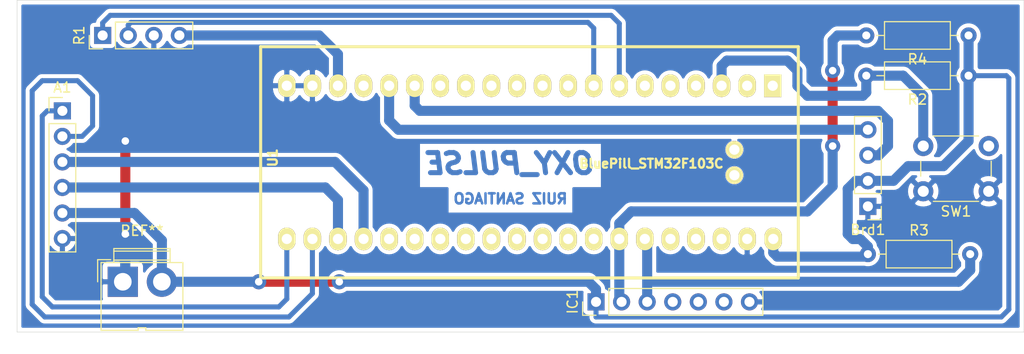
<source format=kicad_pcb>
(kicad_pcb (version 20171130) (host pcbnew "(5.1.6)-1")

  (general
    (thickness 1.6)
    (drawings 6)
    (tracks 118)
    (zones 0)
    (modules 10)
    (nets 43)
  )

  (page A4)
  (title_block
    (title Oxy_Pulse_PCB)
    (date 2022-08-05)
    (rev "Técnicas Digitales 3")
    (company "Santiago Ruiz")
  )

  (layers
    (0 F.Cu signal)
    (31 B.Cu signal)
    (32 B.Adhes user)
    (33 F.Adhes user)
    (34 B.Paste user)
    (35 F.Paste user)
    (36 B.SilkS user)
    (37 F.SilkS user)
    (38 B.Mask user)
    (39 F.Mask user)
    (40 Dwgs.User user)
    (41 Cmts.User user)
    (42 Eco1.User user)
    (43 Eco2.User user)
    (44 Edge.Cuts user)
    (45 Margin user)
    (46 B.CrtYd user)
    (47 F.CrtYd user)
    (48 B.Fab user)
    (49 F.Fab user)
  )

  (setup
    (last_trace_width 1)
    (user_trace_width 0.5)
    (user_trace_width 1)
    (trace_clearance 0.2)
    (zone_clearance 0.4)
    (zone_45_only no)
    (trace_min 0.2)
    (via_size 0.8)
    (via_drill 0.4)
    (via_min_size 0.4)
    (via_min_drill 0.3)
    (user_via 1.5 0.75)
    (uvia_size 0.3)
    (uvia_drill 0.1)
    (uvias_allowed no)
    (uvia_min_size 0.2)
    (uvia_min_drill 0.1)
    (edge_width 0.05)
    (segment_width 0.2)
    (pcb_text_width 0.3)
    (pcb_text_size 1.5 1.5)
    (mod_edge_width 0.12)
    (mod_text_size 1 1)
    (mod_text_width 0.15)
    (pad_size 1.7 1.7)
    (pad_drill 1)
    (pad_to_mask_clearance 0.05)
    (aux_axis_origin 0 0)
    (visible_elements 7FFFFFFF)
    (pcbplotparams
      (layerselection 0x010fc_ffffffff)
      (usegerberextensions false)
      (usegerberattributes true)
      (usegerberadvancedattributes true)
      (creategerberjobfile true)
      (excludeedgelayer true)
      (linewidth 0.100000)
      (plotframeref false)
      (viasonmask false)
      (mode 1)
      (useauxorigin false)
      (hpglpennumber 1)
      (hpglpenspeed 20)
      (hpglpendiameter 15.000000)
      (psnegative false)
      (psa4output false)
      (plotreference true)
      (plotvalue true)
      (plotinvisibletext false)
      (padsonsilk false)
      (subtractmaskfromsilk false)
      (outputformat 1)
      (mirror false)
      (drillshape 1)
      (scaleselection 1)
      (outputdirectory ""))
  )

  (net 0 "")
  (net 1 GND)
  (net 2 "Net-(A1-Pad5)")
  (net 3 "Net-(A1-Pad4)")
  (net 4 "Net-(A1-Pad3)")
  (net 5 "Net-(A1-Pad2)")
  (net 6 +3V3)
  (net 7 "Net-(Brd1-Pad4)")
  (net 8 "Net-(Brd1-Pad3)")
  (net 9 "Net-(IC1-Pad6)")
  (net 10 "Net-(IC1-Pad5)")
  (net 11 "Net-(IC1-Pad4)")
  (net 12 "Net-(IC1-Pad3)")
  (net 13 "Net-(IC1-Pad2)")
  (net 14 "Net-(R1-Pad2)")
  (net 15 "Net-(R1-Pad1)")
  (net 16 "Net-(R2-Pad2)")
  (net 17 "Net-(U1-Pad42)")
  (net 18 "Net-(U1-Pad41)")
  (net 19 "Net-(U1-Pad38)")
  (net 20 "Net-(U1-Pad37)")
  (net 21 "Net-(U1-Pad36)")
  (net 22 "Net-(U1-Pad33)")
  (net 23 "Net-(U1-Pad32)")
  (net 24 "Net-(U1-Pad31)")
  (net 25 "Net-(U1-Pad30)")
  (net 26 "Net-(U1-Pad29)")
  (net 27 "Net-(U1-Pad28)")
  (net 28 "Net-(U1-Pad27)")
  (net 29 "Net-(U1-Pad26)")
  (net 30 "Net-(U1-Pad25)")
  (net 31 "Net-(U1-Pad17)")
  (net 32 "Net-(U1-Pad14)")
  (net 33 "Net-(U1-Pad13)")
  (net 34 "Net-(U1-Pad12)")
  (net 35 "Net-(U1-Pad11)")
  (net 36 "Net-(U1-Pad10)")
  (net 37 "Net-(U1-Pad9)")
  (net 38 "Net-(U1-Pad6)")
  (net 39 "Net-(U1-Pad5)")
  (net 40 "Net-(U1-Pad4)")
  (net 41 "Net-(U1-Pad2)")
  (net 42 "Net-(U1-Pad1)")

  (net_class Default "This is the default net class."
    (clearance 0.2)
    (trace_width 0.25)
    (via_dia 0.8)
    (via_drill 0.4)
    (uvia_dia 0.3)
    (uvia_drill 0.1)
    (add_net +3V3)
    (add_net GND)
    (add_net "Net-(A1-Pad2)")
    (add_net "Net-(A1-Pad3)")
    (add_net "Net-(A1-Pad4)")
    (add_net "Net-(A1-Pad5)")
    (add_net "Net-(Brd1-Pad3)")
    (add_net "Net-(Brd1-Pad4)")
    (add_net "Net-(IC1-Pad2)")
    (add_net "Net-(IC1-Pad3)")
    (add_net "Net-(IC1-Pad4)")
    (add_net "Net-(IC1-Pad5)")
    (add_net "Net-(IC1-Pad6)")
    (add_net "Net-(R1-Pad1)")
    (add_net "Net-(R1-Pad2)")
    (add_net "Net-(R2-Pad2)")
    (add_net "Net-(U1-Pad1)")
    (add_net "Net-(U1-Pad10)")
    (add_net "Net-(U1-Pad11)")
    (add_net "Net-(U1-Pad12)")
    (add_net "Net-(U1-Pad13)")
    (add_net "Net-(U1-Pad14)")
    (add_net "Net-(U1-Pad17)")
    (add_net "Net-(U1-Pad2)")
    (add_net "Net-(U1-Pad25)")
    (add_net "Net-(U1-Pad26)")
    (add_net "Net-(U1-Pad27)")
    (add_net "Net-(U1-Pad28)")
    (add_net "Net-(U1-Pad29)")
    (add_net "Net-(U1-Pad30)")
    (add_net "Net-(U1-Pad31)")
    (add_net "Net-(U1-Pad32)")
    (add_net "Net-(U1-Pad33)")
    (add_net "Net-(U1-Pad36)")
    (add_net "Net-(U1-Pad37)")
    (add_net "Net-(U1-Pad38)")
    (add_net "Net-(U1-Pad4)")
    (add_net "Net-(U1-Pad41)")
    (add_net "Net-(U1-Pad42)")
    (add_net "Net-(U1-Pad5)")
    (add_net "Net-(U1-Pad6)")
    (add_net "Net-(U1-Pad9)")
  )

  (module BluePill_breakouts:BluePill_STM32F103C (layer F.Cu) (tedit 62F1D6AE) (tstamp 62ED9C6F)
    (at 165 85.5 270)
    (descr "STM32F103C8 BluePill board")
    (path /62BF73C8)
    (fp_text reference U1 (at 7.1628 49.6062 270) (layer F.SilkS)
      (effects (font (size 0.889 0.889) (thickness 0.3048)))
    )
    (fp_text value BluePill_STM32F103C (at 7.75 12) (layer F.SilkS)
      (effects (font (size 0.889 0.889) (thickness 0.22225)))
    )
    (fp_line (start 19.12 -2.59) (end 19.12 50.81) (layer F.SilkS) (width 0.3048))
    (fp_line (start 19.12 50.81) (end -3.88 50.81) (layer F.SilkS) (width 0.3048))
    (fp_line (start -3.88 50.81) (end -3.88 -2.59) (layer F.SilkS) (width 0.3048))
    (fp_line (start -3.88 -2.59) (end 19.12 -2.59) (layer F.SilkS) (width 0.3048))
    (pad 42 thru_hole oval (at 6.36 3.7592) (size 1.7272 1.7272) (drill 1.016) (layers *.Mask F.Cu F.SilkS)
      (net 17 "Net-(U1-Pad42)"))
    (pad 41 thru_hole oval (at 8.9 3.7592) (size 1.7272 1.7272) (drill 1.016) (layers *.Mask F.Cu F.SilkS)
      (net 18 "Net-(U1-Pad41)"))
    (pad 40 thru_hole oval (at 15.24 -0.1016) (size 1.7272 2.25) (drill 1.016) (layers *.Cu *.Mask F.SilkS)
      (net 6 +3V3))
    (pad 39 thru_hole oval (at 15.24 2.4892) (size 1.7272 2.25) (drill 1.016) (layers *.Cu *.Mask F.SilkS)
      (net 1 GND))
    (pad 38 thru_hole oval (at 15.24 5.0292) (size 1.7272 2.25) (drill 1.016) (layers *.Cu *.Mask F.SilkS)
      (net 19 "Net-(U1-Pad38)"))
    (pad 37 thru_hole oval (at 15.24 7.5692) (size 1.7272 2.25) (drill 1.016) (layers *.Cu *.Mask F.SilkS)
      (net 20 "Net-(U1-Pad37)"))
    (pad 36 thru_hole oval (at 15.24 10.1092) (size 1.7272 2.25) (drill 1.016) (layers *.Cu *.Mask F.SilkS)
      (net 21 "Net-(U1-Pad36)"))
    (pad 35 thru_hole oval (at 15.24 12.6492) (size 1.7272 2.25) (drill 1.016) (layers *.Cu *.Mask F.SilkS)
      (net 12 "Net-(IC1-Pad3)"))
    (pad 34 thru_hole oval (at 15.24 15.1892) (size 1.7272 2.25) (drill 1.016) (layers *.Cu *.Mask F.SilkS)
      (net 13 "Net-(IC1-Pad2)"))
    (pad 33 thru_hole oval (at 15.24 17.7292) (size 1.7272 2.25) (drill 1.016) (layers *.Cu *.Mask F.SilkS)
      (net 22 "Net-(U1-Pad33)"))
    (pad 32 thru_hole oval (at 15.24 20.2692) (size 1.7272 2.25) (drill 1.016) (layers *.Cu *.Mask F.SilkS)
      (net 23 "Net-(U1-Pad32)"))
    (pad 31 thru_hole oval (at 15.24 22.8092) (size 1.7272 2.25) (drill 1.016) (layers *.Cu *.Mask F.SilkS)
      (net 24 "Net-(U1-Pad31)"))
    (pad 30 thru_hole oval (at 15.24 25.3492) (size 1.7272 2.25) (drill 1.016) (layers *.Cu *.Mask F.SilkS)
      (net 25 "Net-(U1-Pad30)"))
    (pad 29 thru_hole oval (at 15.24 27.8892) (size 1.7272 2.25) (drill 1.016) (layers *.Cu *.Mask F.SilkS)
      (net 26 "Net-(U1-Pad29)"))
    (pad 28 thru_hole oval (at 15.24 30.4292) (size 1.7272 2.25) (drill 1.016) (layers *.Cu *.Mask F.SilkS)
      (net 27 "Net-(U1-Pad28)"))
    (pad 27 thru_hole oval (at 15.24 32.9692) (size 1.7272 2.25) (drill 1.016) (layers *.Cu *.Mask F.SilkS)
      (net 28 "Net-(U1-Pad27)"))
    (pad 26 thru_hole oval (at 15.24 35.5092) (size 1.7272 2.25) (drill 1.016) (layers *.Cu *.Mask F.SilkS)
      (net 29 "Net-(U1-Pad26)"))
    (pad 25 thru_hole oval (at 15.24 38.0492) (size 1.7272 2.25) (drill 1.016) (layers *.Cu *.Mask F.SilkS)
      (net 30 "Net-(U1-Pad25)"))
    (pad 24 thru_hole oval (at 15.24 40.5892) (size 1.7272 2.25) (drill 1.016) (layers *.Cu *.Mask F.SilkS)
      (net 4 "Net-(A1-Pad3)"))
    (pad 23 thru_hole oval (at 15.24 43.1292) (size 1.7272 2.25) (drill 1.016) (layers *.Cu *.Mask F.SilkS)
      (net 2 "Net-(A1-Pad5)"))
    (pad 22 thru_hole oval (at 15.24 45.6692) (size 1.7272 2.25) (drill 1.016) (layers *.Cu *.Mask F.SilkS)
      (net 3 "Net-(A1-Pad4)"))
    (pad 21 thru_hole oval (at 15.24 48.2092) (size 1.7272 2.25) (drill 1.016) (layers *.Cu *.Mask F.SilkS)
      (net 5 "Net-(A1-Pad2)"))
    (pad 20 thru_hole oval (at 0 48.2092 180) (size 1.7272 2.25) (drill 1.016) (layers *.Cu *.Mask F.SilkS)
      (net 1 GND))
    (pad 19 thru_hole oval (at 0 45.6692 180) (size 1.7272 2.25) (drill 1.016) (layers *.Cu *.Mask F.SilkS)
      (net 1 GND))
    (pad 18 thru_hole oval (at 0 43.1292 180) (size 1.7272 2.25) (drill 1.016) (layers *.Cu *.Mask F.SilkS)
      (net 6 +3V3))
    (pad 17 thru_hole oval (at 0 40.5892 180) (size 1.7272 2.25) (drill 1.016) (layers *.Cu *.Mask F.SilkS)
      (net 31 "Net-(U1-Pad17)"))
    (pad 16 thru_hole oval (at 0 38.0492 180) (size 1.7272 2.25) (drill 1.016) (layers *.Cu *.Mask F.SilkS)
      (net 7 "Net-(Brd1-Pad4)"))
    (pad 15 thru_hole oval (at 0 35.5092 180) (size 1.7272 2.25) (drill 1.016) (layers *.Cu *.Mask F.SilkS)
      (net 8 "Net-(Brd1-Pad3)"))
    (pad 14 thru_hole oval (at 0 32.9692 180) (size 1.7272 2.25) (drill 1.016) (layers *.Cu *.Mask F.SilkS)
      (net 32 "Net-(U1-Pad14)"))
    (pad 13 thru_hole oval (at 0 30.4292 180) (size 1.7272 2.25) (drill 1.016) (layers *.Cu *.Mask F.SilkS)
      (net 33 "Net-(U1-Pad13)"))
    (pad 12 thru_hole oval (at 0 27.8892 180) (size 1.7272 2.25) (drill 1.016) (layers *.Cu *.Mask F.SilkS)
      (net 34 "Net-(U1-Pad12)"))
    (pad 11 thru_hole oval (at 0 25.3492 180) (size 1.7272 2.25) (drill 1.016) (layers *.Cu *.Mask F.SilkS)
      (net 35 "Net-(U1-Pad11)"))
    (pad 10 thru_hole oval (at 0 22.8092 180) (size 1.7272 2.25) (drill 1.016) (layers *.Cu *.Mask F.SilkS)
      (net 36 "Net-(U1-Pad10)"))
    (pad 9 thru_hole oval (at 0 20.2692 180) (size 1.7272 2.25) (drill 1.016) (layers *.Cu *.Mask F.SilkS)
      (net 37 "Net-(U1-Pad9)"))
    (pad 8 thru_hole oval (at 0 17.7292 180) (size 1.7272 2.25) (drill 1.016) (layers *.Cu *.Mask F.SilkS)
      (net 15 "Net-(R1-Pad1)"))
    (pad 7 thru_hole oval (at 0 15.1892 180) (size 1.7272 2.25) (drill 1.016) (layers *.Cu *.Mask F.SilkS)
      (net 14 "Net-(R1-Pad2)"))
    (pad 6 thru_hole oval (at 0 12.6492 180) (size 1.7272 2.25) (drill 1.016) (layers *.Cu *.Mask F.SilkS)
      (net 38 "Net-(U1-Pad6)"))
    (pad 5 thru_hole oval (at 0 10.1092 180) (size 1.7272 2.25) (drill 1.016) (layers *.Cu *.Mask F.SilkS)
      (net 39 "Net-(U1-Pad5)"))
    (pad 4 thru_hole oval (at 0 7.5692 180) (size 1.7272 2.25) (drill 1.016) (layers *.Cu *.Mask F.SilkS)
      (net 40 "Net-(U1-Pad4)"))
    (pad 3 thru_hole oval (at 0 5.0292 180) (size 1.7272 2.25) (drill 1.016) (layers *.Cu *.Mask F.SilkS)
      (net 16 "Net-(R2-Pad2)"))
    (pad 2 thru_hole oval (at 0 2.4892 180) (size 1.7272 2.25) (drill 1.016) (layers *.Cu *.Mask F.SilkS)
      (net 41 "Net-(U1-Pad2)"))
    (pad 1 thru_hole rect (at 0 -0.0508 180) (size 1.7272 2.25) (drill 1.016) (layers *.Cu *.Mask F.SilkS)
      (net 42 "Net-(U1-Pad1)"))
  )

  (module Connector:JWT_A3963_1x02_P3.96mm_Vertical (layer F.Cu) (tedit 62F19054) (tstamp 62F1A6AF)
    (at 100.5 105)
    (descr "JWT A3963, 3.96mm pitch Pin head connector (http://www.jwt.com.tw/pro_pdf/A3963.pdf)")
    (tags "connector JWT A3963 pinhead")
    (fp_text reference REF** (at 1.91 -5.08) (layer F.SilkS)
      (effects (font (size 1 1) (thickness 0.15)))
    )
    (fp_text value JWT_A3963_1x02_P3.96mm_Vertical (at 1.91 6.35) (layer F.Fab)
      (effects (font (size 1 1) (thickness 0.15)))
    )
    (fp_line (start 5.97 4.83) (end 5.97 0) (layer F.SilkS) (width 0.12))
    (fp_line (start -2.16 0) (end -2.16 4.83) (layer F.SilkS) (width 0.12))
    (fp_line (start -2.16 -1.91) (end 5.97 -1.91) (layer F.SilkS) (width 0.12))
    (fp_line (start -0.89 -1.91) (end -0.89 -3.3) (layer F.SilkS) (width 0.12))
    (fp_line (start 4.7 -1.91) (end 4.7 -3.3) (layer F.SilkS) (width 0.12))
    (fp_line (start -0.89 -3.3) (end 4.7 -3.3) (layer F.SilkS) (width 0.12))
    (fp_line (start -2.16 -1.91) (end -2.16 0) (layer F.SilkS) (width 0.12))
    (fp_line (start 5.97 -1.91) (end 5.97 0) (layer F.SilkS) (width 0.12))
    (fp_line (start -0.89 -3.05) (end 4.7 -3.05) (layer F.SilkS) (width 0.12))
    (fp_line (start -0.89 -2.16) (end 4.7 -2.16) (layer F.SilkS) (width 0.12))
    (fp_line (start 2.29 4.57) (end 2.29 4.83) (layer F.SilkS) (width 0.12))
    (fp_line (start 1.52 4.57) (end 2.29 4.57) (layer F.SilkS) (width 0.12))
    (fp_line (start 1.52 4.83) (end 1.52 4.57) (layer F.SilkS) (width 0.12))
    (fp_line (start 1.52 4.83) (end -2.16 4.83) (layer F.SilkS) (width 0.12))
    (fp_line (start 2.29 4.83) (end 5.97 4.83) (layer F.SilkS) (width 0.12))
    (fp_line (start -2.5 5.05) (end -2.5 -3.55) (layer F.CrtYd) (width 0.05))
    (fp_line (start 6.35 5.05) (end -2.5 5.05) (layer F.CrtYd) (width 0.05))
    (fp_line (start 6.35 -3.55) (end 6.35 5.05) (layer F.CrtYd) (width 0.05))
    (fp_line (start -2.5 -3.55) (end 6.35 -3.55) (layer F.CrtYd) (width 0.05))
    (fp_line (start -2.05 -1.8) (end 5.85 -1.8) (layer F.Fab) (width 0.1))
    (fp_line (start 5.85 -1.8) (end 5.85 4.7) (layer F.Fab) (width 0.1))
    (fp_line (start 5.85 4.7) (end -2.05 4.7) (layer F.Fab) (width 0.1))
    (fp_line (start -2.05 4.7) (end -2.05 -1.8) (layer F.Fab) (width 0.1))
    (fp_line (start -1.2 -2.2) (end -2.5 -2.2) (layer F.SilkS) (width 0.12))
    (fp_line (start -2.5 -2.2) (end -2.5 0) (layer F.SilkS) (width 0.12))
    (fp_line (start -1.25 -1.8) (end 0 -0.3) (layer F.Fab) (width 0.1))
    (fp_line (start 0 -0.3) (end 1.25 -1.8) (layer F.Fab) (width 0.1))
    (fp_line (start -0.8 -1.8) (end -0.8 -3.2) (layer F.Fab) (width 0.1))
    (fp_line (start -0.8 -3.2) (end 4.6 -3.2) (layer F.Fab) (width 0.1))
    (fp_line (start 4.6 -3.2) (end 4.6 -1.8) (layer F.Fab) (width 0.1))
    (fp_text user %R (at 2.2 3.7) (layer F.Fab)
      (effects (font (size 1 1) (thickness 0.15)))
    )
    (pad 2 thru_hole circle (at 3.88 0) (size 3 3) (drill 1.75) (layers *.Cu *.Mask)
      (net 6 +3V3))
    (pad 1 thru_hole rect (at 0 0) (size 3 3) (drill 1.75) (layers *.Cu *.Mask)
      (net 1 GND))
    (model ${KISYS3DMOD}/Connector.3dshapes/JWT_A3963_1x02_P3.96mm_Vertical.wrl
      (at (xyz 0 0 0))
      (scale (xyz 1 1 1))
      (rotate (xyz 0 0 0))
    )
  )

  (module Button_Switch_THT:SW_PUSH_6mm_H13mm (layer F.Cu) (tedit 5A02FE31) (tstamp 62F1473E)
    (at 186.5 96 180)
    (descr "tactile push button, 6x6mm e.g. PHAP33xx series, height=13mm")
    (tags "tact sw push 6mm")
    (path /62CFEA40)
    (fp_text reference SW1 (at 3.25 -2) (layer F.SilkS)
      (effects (font (size 1 1) (thickness 0.15)))
    )
    (fp_text value SW_Push (at 3.75 6.7) (layer F.Fab)
      (effects (font (size 1 1) (thickness 0.15)))
    )
    (fp_line (start 3.25 -0.75) (end 6.25 -0.75) (layer F.Fab) (width 0.1))
    (fp_line (start 6.25 -0.75) (end 6.25 5.25) (layer F.Fab) (width 0.1))
    (fp_line (start 6.25 5.25) (end 0.25 5.25) (layer F.Fab) (width 0.1))
    (fp_line (start 0.25 5.25) (end 0.25 -0.75) (layer F.Fab) (width 0.1))
    (fp_line (start 0.25 -0.75) (end 3.25 -0.75) (layer F.Fab) (width 0.1))
    (fp_line (start 7.75 6) (end 8 6) (layer F.CrtYd) (width 0.05))
    (fp_line (start 8 6) (end 8 5.75) (layer F.CrtYd) (width 0.05))
    (fp_line (start 7.75 -1.5) (end 8 -1.5) (layer F.CrtYd) (width 0.05))
    (fp_line (start 8 -1.5) (end 8 -1.25) (layer F.CrtYd) (width 0.05))
    (fp_line (start -1.5 -1.25) (end -1.5 -1.5) (layer F.CrtYd) (width 0.05))
    (fp_line (start -1.5 -1.5) (end -1.25 -1.5) (layer F.CrtYd) (width 0.05))
    (fp_line (start -1.5 5.75) (end -1.5 6) (layer F.CrtYd) (width 0.05))
    (fp_line (start -1.5 6) (end -1.25 6) (layer F.CrtYd) (width 0.05))
    (fp_line (start -1.25 -1.5) (end 7.75 -1.5) (layer F.CrtYd) (width 0.05))
    (fp_line (start -1.5 5.75) (end -1.5 -1.25) (layer F.CrtYd) (width 0.05))
    (fp_line (start 7.75 6) (end -1.25 6) (layer F.CrtYd) (width 0.05))
    (fp_line (start 8 -1.25) (end 8 5.75) (layer F.CrtYd) (width 0.05))
    (fp_line (start 1 5.5) (end 5.5 5.5) (layer F.SilkS) (width 0.12))
    (fp_line (start -0.25 1.5) (end -0.25 3) (layer F.SilkS) (width 0.12))
    (fp_line (start 5.5 -1) (end 1 -1) (layer F.SilkS) (width 0.12))
    (fp_line (start 6.75 3) (end 6.75 1.5) (layer F.SilkS) (width 0.12))
    (fp_circle (center 3.25 2.25) (end 1.25 2.5) (layer F.Fab) (width 0.1))
    (fp_text user %R (at 3.25 2.25) (layer F.Fab)
      (effects (font (size 1 1) (thickness 0.15)))
    )
    (pad 1 thru_hole circle (at 6.5 0 270) (size 2 2) (drill 1.1) (layers *.Cu *.Mask)
      (net 1 GND))
    (pad 2 thru_hole circle (at 6.5 4.5 270) (size 2 2) (drill 1.1) (layers *.Cu *.Mask)
      (net 16 "Net-(R2-Pad2)"))
    (pad 1 thru_hole circle (at 0 0 270) (size 2 2) (drill 1.1) (layers *.Cu *.Mask)
      (net 1 GND))
    (pad 2 thru_hole circle (at 0 4.5 270) (size 2 2) (drill 1.1) (layers *.Cu *.Mask)
      (net 16 "Net-(R2-Pad2)"))
    (model ${KISYS3DMOD}/Button_Switch_THT.3dshapes/SW_PUSH_6mm_H13mm.wrl
      (at (xyz 0 0 0))
      (scale (xyz 1 1 1))
      (rotate (xyz 0 0 0))
    )
  )

  (module Resistor_THT:R_Axial_DIN0207_L6.3mm_D2.5mm_P10.16mm_Horizontal (layer F.Cu) (tedit 5AE5139B) (tstamp 62ED9C1E)
    (at 184.5 80.5 180)
    (descr "Resistor, Axial_DIN0207 series, Axial, Horizontal, pin pitch=10.16mm, 0.25W = 1/4W, length*diameter=6.3*2.5mm^2, http://cdn-reichelt.de/documents/datenblatt/B400/1_4W%23YAG.pdf")
    (tags "Resistor Axial_DIN0207 series Axial Horizontal pin pitch 10.16mm 0.25W = 1/4W length 6.3mm diameter 2.5mm")
    (path /62EEC646)
    (fp_text reference R4 (at 5.08 -2.37) (layer F.SilkS)
      (effects (font (size 1 1) (thickness 0.15)))
    )
    (fp_text value 4K7 (at 5.08 2.37) (layer F.Fab)
      (effects (font (size 1 1) (thickness 0.15)))
    )
    (fp_line (start 1.93 -1.25) (end 1.93 1.25) (layer F.Fab) (width 0.1))
    (fp_line (start 1.93 1.25) (end 8.23 1.25) (layer F.Fab) (width 0.1))
    (fp_line (start 8.23 1.25) (end 8.23 -1.25) (layer F.Fab) (width 0.1))
    (fp_line (start 8.23 -1.25) (end 1.93 -1.25) (layer F.Fab) (width 0.1))
    (fp_line (start 0 0) (end 1.93 0) (layer F.Fab) (width 0.1))
    (fp_line (start 10.16 0) (end 8.23 0) (layer F.Fab) (width 0.1))
    (fp_line (start 1.81 -1.37) (end 1.81 1.37) (layer F.SilkS) (width 0.12))
    (fp_line (start 1.81 1.37) (end 8.35 1.37) (layer F.SilkS) (width 0.12))
    (fp_line (start 8.35 1.37) (end 8.35 -1.37) (layer F.SilkS) (width 0.12))
    (fp_line (start 8.35 -1.37) (end 1.81 -1.37) (layer F.SilkS) (width 0.12))
    (fp_line (start 1.04 0) (end 1.81 0) (layer F.SilkS) (width 0.12))
    (fp_line (start 9.12 0) (end 8.35 0) (layer F.SilkS) (width 0.12))
    (fp_line (start -1.05 -1.5) (end -1.05 1.5) (layer F.CrtYd) (width 0.05))
    (fp_line (start -1.05 1.5) (end 11.21 1.5) (layer F.CrtYd) (width 0.05))
    (fp_line (start 11.21 1.5) (end 11.21 -1.5) (layer F.CrtYd) (width 0.05))
    (fp_line (start 11.21 -1.5) (end -1.05 -1.5) (layer F.CrtYd) (width 0.05))
    (fp_text user %R (at 5.08 0) (layer F.Fab)
      (effects (font (size 1 1) (thickness 0.15)))
    )
    (pad 2 thru_hole oval (at 10.16 0 180) (size 1.6 1.6) (drill 0.8) (layers *.Cu *.Mask)
      (net 13 "Net-(IC1-Pad2)"))
    (pad 1 thru_hole circle (at 0 0 180) (size 1.6 1.6) (drill 0.8) (layers *.Cu *.Mask)
      (net 6 +3V3))
    (model ${KISYS3DMOD}/Resistor_THT.3dshapes/R_Axial_DIN0207_L6.3mm_D2.5mm_P10.16mm_Horizontal.wrl
      (at (xyz 0 0 0))
      (scale (xyz 1 1 1))
      (rotate (xyz 0 0 0))
    )
  )

  (module Resistor_THT:R_Axial_DIN0207_L6.3mm_D2.5mm_P10.16mm_Horizontal (layer F.Cu) (tedit 5AE5139B) (tstamp 62F145AB)
    (at 174.5 102.25)
    (descr "Resistor, Axial_DIN0207 series, Axial, Horizontal, pin pitch=10.16mm, 0.25W = 1/4W, length*diameter=6.3*2.5mm^2, http://cdn-reichelt.de/documents/datenblatt/B400/1_4W%23YAG.pdf")
    (tags "Resistor Axial_DIN0207 series Axial Horizontal pin pitch 10.16mm 0.25W = 1/4W length 6.3mm diameter 2.5mm")
    (path /62EEBA3E)
    (fp_text reference R3 (at 5.08 -2.37) (layer F.SilkS)
      (effects (font (size 1 1) (thickness 0.15)))
    )
    (fp_text value 4K7 (at 5.08 2.37) (layer F.Fab)
      (effects (font (size 1 1) (thickness 0.15)))
    )
    (fp_line (start 1.93 -1.25) (end 1.93 1.25) (layer F.Fab) (width 0.1))
    (fp_line (start 1.93 1.25) (end 8.23 1.25) (layer F.Fab) (width 0.1))
    (fp_line (start 8.23 1.25) (end 8.23 -1.25) (layer F.Fab) (width 0.1))
    (fp_line (start 8.23 -1.25) (end 1.93 -1.25) (layer F.Fab) (width 0.1))
    (fp_line (start 0 0) (end 1.93 0) (layer F.Fab) (width 0.1))
    (fp_line (start 10.16 0) (end 8.23 0) (layer F.Fab) (width 0.1))
    (fp_line (start 1.81 -1.37) (end 1.81 1.37) (layer F.SilkS) (width 0.12))
    (fp_line (start 1.81 1.37) (end 8.35 1.37) (layer F.SilkS) (width 0.12))
    (fp_line (start 8.35 1.37) (end 8.35 -1.37) (layer F.SilkS) (width 0.12))
    (fp_line (start 8.35 -1.37) (end 1.81 -1.37) (layer F.SilkS) (width 0.12))
    (fp_line (start 1.04 0) (end 1.81 0) (layer F.SilkS) (width 0.12))
    (fp_line (start 9.12 0) (end 8.35 0) (layer F.SilkS) (width 0.12))
    (fp_line (start -1.05 -1.5) (end -1.05 1.5) (layer F.CrtYd) (width 0.05))
    (fp_line (start -1.05 1.5) (end 11.21 1.5) (layer F.CrtYd) (width 0.05))
    (fp_line (start 11.21 1.5) (end 11.21 -1.5) (layer F.CrtYd) (width 0.05))
    (fp_line (start 11.21 -1.5) (end -1.05 -1.5) (layer F.CrtYd) (width 0.05))
    (fp_text user %R (at 5.08 0) (layer F.Fab)
      (effects (font (size 1 1) (thickness 0.15)))
    )
    (pad 2 thru_hole oval (at 10.16 0) (size 1.6 1.6) (drill 0.8) (layers *.Cu *.Mask)
      (net 12 "Net-(IC1-Pad3)"))
    (pad 1 thru_hole circle (at 0 0) (size 1.6 1.6) (drill 0.8) (layers *.Cu *.Mask)
      (net 6 +3V3))
    (model ${KISYS3DMOD}/Resistor_THT.3dshapes/R_Axial_DIN0207_L6.3mm_D2.5mm_P10.16mm_Horizontal.wrl
      (at (xyz 0 0 0))
      (scale (xyz 1 1 1))
      (rotate (xyz 0 0 0))
    )
  )

  (module Resistor_THT:R_Axial_DIN0207_L6.3mm_D2.5mm_P10.16mm_Horizontal (layer F.Cu) (tedit 5AE5139B) (tstamp 62ED9BF0)
    (at 184.5 84.5 180)
    (descr "Resistor, Axial_DIN0207 series, Axial, Horizontal, pin pitch=10.16mm, 0.25W = 1/4W, length*diameter=6.3*2.5mm^2, http://cdn-reichelt.de/documents/datenblatt/B400/1_4W%23YAG.pdf")
    (tags "Resistor Axial_DIN0207 series Axial Horizontal pin pitch 10.16mm 0.25W = 1/4W length 6.3mm diameter 2.5mm")
    (path /62CF76D2)
    (fp_text reference R2 (at 5.08 -2.37) (layer F.SilkS)
      (effects (font (size 1 1) (thickness 0.15)))
    )
    (fp_text value R (at 5.08 2.37) (layer F.Fab)
      (effects (font (size 1 1) (thickness 0.15)))
    )
    (fp_line (start 1.93 -1.25) (end 1.93 1.25) (layer F.Fab) (width 0.1))
    (fp_line (start 1.93 1.25) (end 8.23 1.25) (layer F.Fab) (width 0.1))
    (fp_line (start 8.23 1.25) (end 8.23 -1.25) (layer F.Fab) (width 0.1))
    (fp_line (start 8.23 -1.25) (end 1.93 -1.25) (layer F.Fab) (width 0.1))
    (fp_line (start 0 0) (end 1.93 0) (layer F.Fab) (width 0.1))
    (fp_line (start 10.16 0) (end 8.23 0) (layer F.Fab) (width 0.1))
    (fp_line (start 1.81 -1.37) (end 1.81 1.37) (layer F.SilkS) (width 0.12))
    (fp_line (start 1.81 1.37) (end 8.35 1.37) (layer F.SilkS) (width 0.12))
    (fp_line (start 8.35 1.37) (end 8.35 -1.37) (layer F.SilkS) (width 0.12))
    (fp_line (start 8.35 -1.37) (end 1.81 -1.37) (layer F.SilkS) (width 0.12))
    (fp_line (start 1.04 0) (end 1.81 0) (layer F.SilkS) (width 0.12))
    (fp_line (start 9.12 0) (end 8.35 0) (layer F.SilkS) (width 0.12))
    (fp_line (start -1.05 -1.5) (end -1.05 1.5) (layer F.CrtYd) (width 0.05))
    (fp_line (start -1.05 1.5) (end 11.21 1.5) (layer F.CrtYd) (width 0.05))
    (fp_line (start 11.21 1.5) (end 11.21 -1.5) (layer F.CrtYd) (width 0.05))
    (fp_line (start 11.21 -1.5) (end -1.05 -1.5) (layer F.CrtYd) (width 0.05))
    (fp_text user %R (at 5.08 0) (layer F.Fab)
      (effects (font (size 1 1) (thickness 0.15)))
    )
    (pad 2 thru_hole oval (at 10.16 0 180) (size 1.6 1.6) (drill 0.8) (layers *.Cu *.Mask)
      (net 16 "Net-(R2-Pad2)"))
    (pad 1 thru_hole circle (at 0 0 180) (size 1.6 1.6) (drill 0.8) (layers *.Cu *.Mask)
      (net 6 +3V3))
    (model ${KISYS3DMOD}/Resistor_THT.3dshapes/R_Axial_DIN0207_L6.3mm_D2.5mm_P10.16mm_Horizontal.wrl
      (at (xyz 0 0 0))
      (scale (xyz 1 1 1))
      (rotate (xyz 0 0 0))
    )
  )

  (module Connector_PinHeader_2.54mm:PinHeader_1x04_P2.54mm_Vertical (layer F.Cu) (tedit 62F1D606) (tstamp 62F144F4)
    (at 98.5 80.5 90)
    (descr "Through hole straight pin header, 1x04, 2.54mm pitch, single row")
    (tags "Through hole pin header THT 1x04 2.54mm single row")
    (path /62C9D3B9)
    (fp_text reference R1 (at 0 -2.33 90) (layer F.SilkS)
      (effects (font (size 1 1) (thickness 0.15)))
    )
    (fp_text value hm10 (at 0 9.95 90) (layer F.Fab)
      (effects (font (size 1 1) (thickness 0.15)))
    )
    (fp_line (start -0.635 -1.27) (end 1.27 -1.27) (layer F.Fab) (width 0.1))
    (fp_line (start 1.27 -1.27) (end 1.27 8.89) (layer F.Fab) (width 0.1))
    (fp_line (start 1.27 8.89) (end -1.27 8.89) (layer F.Fab) (width 0.1))
    (fp_line (start -1.27 8.89) (end -1.27 -0.635) (layer F.Fab) (width 0.1))
    (fp_line (start -1.27 -0.635) (end -0.635 -1.27) (layer F.Fab) (width 0.1))
    (fp_line (start -1.33 8.95) (end 1.33 8.95) (layer F.SilkS) (width 0.12))
    (fp_line (start -1.33 1.27) (end -1.33 8.95) (layer F.SilkS) (width 0.12))
    (fp_line (start 1.33 1.27) (end 1.33 8.95) (layer F.SilkS) (width 0.12))
    (fp_line (start -1.33 1.27) (end 1.33 1.27) (layer F.SilkS) (width 0.12))
    (fp_line (start -1.33 0) (end -1.33 -1.33) (layer F.SilkS) (width 0.12))
    (fp_line (start -1.33 -1.33) (end 0 -1.33) (layer F.SilkS) (width 0.12))
    (fp_line (start -1.8 -1.8) (end -1.8 9.4) (layer F.CrtYd) (width 0.05))
    (fp_line (start -1.8 9.4) (end 1.8 9.4) (layer F.CrtYd) (width 0.05))
    (fp_line (start 1.8 9.4) (end 1.8 -1.8) (layer F.CrtYd) (width 0.05))
    (fp_line (start 1.8 -1.8) (end -1.8 -1.8) (layer F.CrtYd) (width 0.05))
    (fp_text user %R (at 0 3.81) (layer F.Fab)
      (effects (font (size 1 1) (thickness 0.15)))
    )
    (pad 4 thru_hole oval (at 0 7.62 90) (size 1.7 1.7) (drill 1) (layers *.Cu *.Mask)
      (net 6 +3V3))
    (pad 3 thru_hole oval (at 0 5.08 90) (size 1.7 1.7) (drill 1) (layers *.Cu *.Mask)
      (net 1 GND))
    (pad 2 thru_hole oval (at 0 2.54 90) (size 1.7 1.7) (drill 1) (layers *.Cu *.Mask)
      (net 15 "Net-(R1-Pad1)"))
    (pad 1 thru_hole rect (at 0 0 90) (size 1.7 1.7) (drill 1) (layers *.Cu *.Mask)
      (net 14 "Net-(R1-Pad2)"))
    (model ${KISYS3DMOD}/Connector_PinHeader_2.54mm.3dshapes/PinHeader_1x04_P2.54mm_Vertical.wrl
      (at (xyz 0 0 0))
      (scale (xyz 1 1 1))
      (rotate (xyz 0 0 0))
    )
  )

  (module Connector_PinHeader_2.54mm:PinHeader_1x07_P2.54mm_Vertical (layer F.Cu) (tedit 62F1D458) (tstamp 62ED9BC1)
    (at 147.5 107 90)
    (descr "Through hole straight pin header, 1x07, 2.54mm pitch, single row")
    (tags "Through hole pin header THT 1x07 2.54mm single row")
    (path /62C9F5CE)
    (fp_text reference IC1 (at 0 -2.33 90) (layer F.SilkS)
      (effects (font (size 1 1) (thickness 0.15)))
    )
    (fp_text value MAX30102 (at 0 17.57 90) (layer F.Fab)
      (effects (font (size 1 1) (thickness 0.15)))
    )
    (fp_line (start -0.635 -1.27) (end 1.27 -1.27) (layer F.Fab) (width 0.1))
    (fp_line (start 1.27 -1.27) (end 1.27 16.51) (layer F.Fab) (width 0.1))
    (fp_line (start 1.27 16.51) (end -1.27 16.51) (layer F.Fab) (width 0.1))
    (fp_line (start -1.27 16.51) (end -1.27 -0.635) (layer F.Fab) (width 0.1))
    (fp_line (start -1.27 -0.635) (end -0.635 -1.27) (layer F.Fab) (width 0.1))
    (fp_line (start -1.33 16.57) (end 1.33 16.57) (layer F.SilkS) (width 0.12))
    (fp_line (start -1.33 1.27) (end -1.33 16.57) (layer F.SilkS) (width 0.12))
    (fp_line (start 1.33 1.27) (end 1.33 16.57) (layer F.SilkS) (width 0.12))
    (fp_line (start -1.33 1.27) (end 1.33 1.27) (layer F.SilkS) (width 0.12))
    (fp_line (start -1.33 0) (end -1.33 -1.33) (layer F.SilkS) (width 0.12))
    (fp_line (start -1.33 -1.33) (end 0 -1.33) (layer F.SilkS) (width 0.12))
    (fp_line (start -1.8 -1.8) (end -1.8 17.05) (layer F.CrtYd) (width 0.05))
    (fp_line (start -1.8 17.05) (end 1.8 17.05) (layer F.CrtYd) (width 0.05))
    (fp_line (start 1.8 17.05) (end 1.8 -1.8) (layer F.CrtYd) (width 0.05))
    (fp_line (start 1.8 -1.8) (end -1.8 -1.8) (layer F.CrtYd) (width 0.05))
    (fp_text user %R (at 0 7.62) (layer F.Fab)
      (effects (font (size 1 1) (thickness 0.15)))
    )
    (pad 7 thru_hole oval (at 0 15.24 90) (size 1.7 1.7) (drill 1) (layers *.Cu *.Mask)
      (net 1 GND))
    (pad 6 thru_hole oval (at 0 12.7 90) (size 1.7 1.7) (drill 1) (layers *.Cu *.Mask)
      (net 9 "Net-(IC1-Pad6)"))
    (pad 5 thru_hole oval (at 0 10.16 90) (size 1.7 1.7) (drill 1) (layers *.Cu *.Mask)
      (net 10 "Net-(IC1-Pad5)"))
    (pad 4 thru_hole oval (at 0 7.62 90) (size 1.7 1.7) (drill 1) (layers *.Cu *.Mask)
      (net 11 "Net-(IC1-Pad4)"))
    (pad 3 thru_hole oval (at 0 5.08 90) (size 1.7 1.7) (drill 1) (layers *.Cu *.Mask)
      (net 12 "Net-(IC1-Pad3)"))
    (pad 2 thru_hole oval (at 0 2.54 90) (size 1.7 1.7) (drill 1) (layers *.Cu *.Mask)
      (net 13 "Net-(IC1-Pad2)"))
    (pad 1 thru_hole rect (at 0 0 90) (size 1.7 1.7) (drill 1) (layers *.Cu *.Mask)
      (net 6 +3V3))
    (model ${KISYS3DMOD}/Connector_PinHeader_2.54mm.3dshapes/PinHeader_1x07_P2.54mm_Vertical.wrl
      (at (xyz 0 0 0))
      (scale (xyz 1 1 1))
      (rotate (xyz 0 0 0))
    )
  )

  (module Connector_PinHeader_2.54mm:PinHeader_1x04_P2.54mm_Vertical (layer F.Cu) (tedit 59FED5CC) (tstamp 62ED9BA6)
    (at 174.5 97.5 180)
    (descr "Through hole straight pin header, 1x04, 2.54mm pitch, single row")
    (tags "Through hole pin header THT 1x04 2.54mm single row")
    (path /62CA0537)
    (fp_text reference Brd1 (at 0 -2.33) (layer F.SilkS)
      (effects (font (size 1 1) (thickness 0.15)))
    )
    (fp_text value SSD1306 (at 0 9.95) (layer F.Fab)
      (effects (font (size 1 1) (thickness 0.15)))
    )
    (fp_line (start -0.635 -1.27) (end 1.27 -1.27) (layer F.Fab) (width 0.1))
    (fp_line (start 1.27 -1.27) (end 1.27 8.89) (layer F.Fab) (width 0.1))
    (fp_line (start 1.27 8.89) (end -1.27 8.89) (layer F.Fab) (width 0.1))
    (fp_line (start -1.27 8.89) (end -1.27 -0.635) (layer F.Fab) (width 0.1))
    (fp_line (start -1.27 -0.635) (end -0.635 -1.27) (layer F.Fab) (width 0.1))
    (fp_line (start -1.33 8.95) (end 1.33 8.95) (layer F.SilkS) (width 0.12))
    (fp_line (start -1.33 1.27) (end -1.33 8.95) (layer F.SilkS) (width 0.12))
    (fp_line (start 1.33 1.27) (end 1.33 8.95) (layer F.SilkS) (width 0.12))
    (fp_line (start -1.33 1.27) (end 1.33 1.27) (layer F.SilkS) (width 0.12))
    (fp_line (start -1.33 0) (end -1.33 -1.33) (layer F.SilkS) (width 0.12))
    (fp_line (start -1.33 -1.33) (end 0 -1.33) (layer F.SilkS) (width 0.12))
    (fp_line (start -1.8 -1.8) (end -1.8 9.4) (layer F.CrtYd) (width 0.05))
    (fp_line (start -1.8 9.4) (end 1.8 9.4) (layer F.CrtYd) (width 0.05))
    (fp_line (start 1.8 9.4) (end 1.8 -1.8) (layer F.CrtYd) (width 0.05))
    (fp_line (start 1.8 -1.8) (end -1.8 -1.8) (layer F.CrtYd) (width 0.05))
    (fp_text user %R (at 0 3.81 90) (layer F.Fab)
      (effects (font (size 1 1) (thickness 0.15)))
    )
    (pad 4 thru_hole oval (at 0 7.62 180) (size 1.7 1.7) (drill 1) (layers *.Cu *.Mask)
      (net 7 "Net-(Brd1-Pad4)"))
    (pad 3 thru_hole oval (at 0 5.08 180) (size 1.7 1.7) (drill 1) (layers *.Cu *.Mask)
      (net 8 "Net-(Brd1-Pad3)"))
    (pad 2 thru_hole oval (at 0 2.54 180) (size 1.7 1.7) (drill 1) (layers *.Cu *.Mask)
      (net 6 +3V3))
    (pad 1 thru_hole rect (at 0 0 180) (size 1.7 1.7) (drill 1) (layers *.Cu *.Mask)
      (net 1 GND))
    (model ${KISYS3DMOD}/Connector_PinHeader_2.54mm.3dshapes/PinHeader_1x04_P2.54mm_Vertical.wrl
      (at (xyz 0 0 0))
      (scale (xyz 1 1 1))
      (rotate (xyz 0 0 0))
    )
  )

  (module Connector_PinHeader_2.54mm:PinHeader_1x06_P2.54mm_Vertical (layer F.Cu) (tedit 62F40ABF) (tstamp 62ED9B8E)
    (at 94.5 88)
    (descr "Through hole straight pin header, 1x06, 2.54mm pitch, single row")
    (tags "Through hole pin header THT 1x06 2.54mm single row")
    (path /62CA1229)
    (fp_text reference A1 (at 0 -2.33) (layer F.SilkS)
      (effects (font (size 1 1) (thickness 0.15)))
    )
    (fp_text value SD_Card_Module (at 0 15.03) (layer F.Fab)
      (effects (font (size 1 1) (thickness 0.15)))
    )
    (fp_line (start -0.635 -1.27) (end 1.27 -1.27) (layer F.Fab) (width 0.1))
    (fp_line (start 1.27 -1.27) (end 1.27 13.97) (layer F.Fab) (width 0.1))
    (fp_line (start 1.27 13.97) (end -1.27 13.97) (layer F.Fab) (width 0.1))
    (fp_line (start -1.27 13.97) (end -1.27 -0.635) (layer F.Fab) (width 0.1))
    (fp_line (start -1.27 -0.635) (end -0.635 -1.27) (layer F.Fab) (width 0.1))
    (fp_line (start -1.33 14.03) (end 1.33 14.03) (layer F.SilkS) (width 0.12))
    (fp_line (start -1.33 1.27) (end -1.33 14.03) (layer F.SilkS) (width 0.12))
    (fp_line (start 1.33 1.27) (end 1.33 14.03) (layer F.SilkS) (width 0.12))
    (fp_line (start -1.33 1.27) (end 1.33 1.27) (layer F.SilkS) (width 0.12))
    (fp_line (start -1.33 0) (end -1.33 -1.33) (layer F.SilkS) (width 0.12))
    (fp_line (start -1.33 -1.33) (end 0 -1.33) (layer F.SilkS) (width 0.12))
    (fp_line (start -1.8 -1.8) (end -1.8 14.5) (layer F.CrtYd) (width 0.05))
    (fp_line (start -1.8 14.5) (end 1.8 14.5) (layer F.CrtYd) (width 0.05))
    (fp_line (start 1.8 14.5) (end 1.8 -1.8) (layer F.CrtYd) (width 0.05))
    (fp_line (start 1.8 -1.8) (end -1.8 -1.8) (layer F.CrtYd) (width 0.05))
    (fp_text user %R (at 0 6.35 90) (layer F.Fab)
      (effects (font (size 1 1) (thickness 0.15)))
    )
    (pad 6 thru_hole oval (at 0 12.7) (size 1.7 1.7) (drill 1) (layers *.Cu *.Mask)
      (net 1 GND))
    (pad 5 thru_hole oval (at 0 10.16) (size 1.7 1.7) (drill 1) (layers *.Cu *.Mask)
      (net 6 +3V3))
    (pad 4 thru_hole oval (at 0 7.62) (size 1.7 1.7) (drill 1) (layers *.Cu *.Mask)
      (net 2 "Net-(A1-Pad5)"))
    (pad 3 thru_hole oval (at 0 5.08) (size 1.7 1.7) (drill 1) (layers *.Cu *.Mask)
      (net 4 "Net-(A1-Pad3)"))
    (pad 2 thru_hole oval (at 0 2.54) (size 1.7 1.7) (drill 1) (layers *.Cu *.Mask)
      (net 3 "Net-(A1-Pad4)"))
    (pad 1 thru_hole rect (at 0 0) (size 1.7 1.7) (drill 1) (layers *.Cu *.Mask)
      (net 5 "Net-(A1-Pad2)"))
    (model ${KISYS3DMOD}/Connector_PinHeader_2.54mm.3dshapes/PinHeader_1x06_P2.54mm_Vertical.wrl
      (at (xyz 0 0 0))
      (scale (xyz 1 1 1))
      (rotate (xyz 0 0 0))
    )
  )

  (gr_text "RUIZ SANTIAGO" (at 139 96.75) (layer B.Cu)
    (effects (font (size 1 1) (thickness 0.25)) (justify mirror))
  )
  (gr_text OXY_PULSE (at 139 93.25) (layer B.Cu)
    (effects (font (size 2 2) (thickness 0.5) italic) (justify mirror))
  )
  (gr_line (start 90 77) (end 90 110) (layer Edge.Cuts) (width 0.05) (tstamp 62ECF5B4))
  (gr_line (start 190 77) (end 90 77) (layer Edge.Cuts) (width 0.05))
  (gr_line (start 190 110) (end 190 77) (layer Edge.Cuts) (width 0.05))
  (gr_line (start 90 110) (end 190 110) (layer Edge.Cuts) (width 0.05))

  (via (at 100.75 100.25) (size 1.5) (drill 0.75) (layers F.Cu B.Cu) (net 1))
  (via (at 100.75 91) (size 1.5) (drill 0.75) (layers F.Cu B.Cu) (net 1))
  (segment (start 100.75 91) (end 100.75 100.25) (width 1) (layer F.Cu) (net 1))
  (segment (start 100.75 104.75) (end 100.5 105) (width 1) (layer B.Cu) (net 1))
  (segment (start 100.75 100.25) (end 100.75 104.75) (width 1) (layer B.Cu) (net 1))
  (via (at 114 105) (size 1.5) (drill 0.75) (layers F.Cu B.Cu) (net 6))
  (via (at 122 105) (size 1.5) (drill 0.75) (layers F.Cu B.Cu) (net 6))
  (segment (start 121.8708 101.6292) (end 121.8708 100.74) (width 0.5) (layer B.Cu) (net 2))
  (segment (start 121.8708 100.74) (end 121.8708 96.8708) (width 1) (layer B.Cu) (net 2))
  (segment (start 120.62 95.62) (end 94.5 95.62) (width 1) (layer B.Cu) (net 2))
  (segment (start 121.8708 96.8708) (end 120.62 95.62) (width 1) (layer B.Cu) (net 2))
  (segment (start 117 108.5) (end 119.3308 106.1692) (width 0.5) (layer B.Cu) (net 3))
  (segment (start 92.75 108.5) (end 117 108.5) (width 0.5) (layer B.Cu) (net 3))
  (segment (start 91.5 107.25) (end 92.75 108.5) (width 0.5) (layer B.Cu) (net 3))
  (segment (start 119.3308 106.1692) (end 119.3308 100.74) (width 0.5) (layer B.Cu) (net 3))
  (segment (start 91.5 86) (end 91.5 107.25) (width 0.5) (layer B.Cu) (net 3))
  (segment (start 96 85) (end 92.5 85) (width 0.5) (layer B.Cu) (net 3))
  (segment (start 92.5 85) (end 91.5 86) (width 0.5) (layer B.Cu) (net 3))
  (segment (start 94.5 90.54) (end 96.46 90.54) (width 0.5) (layer B.Cu) (net 3))
  (segment (start 97.5 89.5) (end 97.5 86.5) (width 0.5) (layer B.Cu) (net 3))
  (segment (start 96.46 90.54) (end 97.5 89.5) (width 0.5) (layer B.Cu) (net 3))
  (segment (start 97.5 86.5) (end 96 85) (width 0.5) (layer B.Cu) (net 3))
  (segment (start 124.4108 100.74) (end 124.4108 95.9108) (width 1) (layer B.Cu) (net 4))
  (segment (start 121.58 93.08) (end 94.5 93.08) (width 1) (layer B.Cu) (net 4))
  (segment (start 124.4108 95.9108) (end 121.58 93.08) (width 1) (layer B.Cu) (net 4))
  (segment (start 93 88) (end 94.5 88) (width 0.5) (layer B.Cu) (net 5))
  (segment (start 116.7908 106.7092) (end 116 107.5) (width 0.5) (layer B.Cu) (net 5))
  (segment (start 92.5 88.5) (end 93 88) (width 0.5) (layer B.Cu) (net 5))
  (segment (start 93.5 107.5) (end 92.5 106.5) (width 0.5) (layer B.Cu) (net 5))
  (segment (start 92.5 106.5) (end 92.5 88.5) (width 0.5) (layer B.Cu) (net 5))
  (segment (start 116.7908 100.74) (end 116.7908 106.7092) (width 0.5) (layer B.Cu) (net 5))
  (segment (start 116 107.5) (end 93.5 107.5) (width 0.5) (layer B.Cu) (net 5))
  (segment (start 121.8708 85.5) (end 121.8708 82.3708) (width 1) (layer B.Cu) (net 6))
  (segment (start 120 80.5) (end 106.12 80.5) (width 1) (layer B.Cu) (net 6))
  (segment (start 121.8708 82.3708) (end 120 80.5) (width 1) (layer B.Cu) (net 6))
  (segment (start 174.5 94.96) (end 177.04 94.96) (width 1) (layer B.Cu) (net 6))
  (segment (start 177.04 94.96) (end 178.5 93.5) (width 1) (layer B.Cu) (net 6))
  (segment (start 178.5 93.5) (end 182 93.5) (width 1) (layer B.Cu) (net 6))
  (segment (start 184.5 91) (end 184.5 84.5) (width 1) (layer B.Cu) (net 6))
  (segment (start 182 93.5) (end 184.5 91) (width 1) (layer B.Cu) (net 6))
  (segment (start 184.5 84.5) (end 184.5 80.5) (width 1) (layer B.Cu) (net 6))
  (segment (start 101.66 98.16) (end 94.5 98.16) (width 1) (layer B.Cu) (net 6))
  (segment (start 104.38 100.88) (end 101.66 98.16) (width 1) (layer B.Cu) (net 6))
  (segment (start 104.38 105) (end 104.38 100.88) (width 1) (layer B.Cu) (net 6))
  (segment (start 147.5 108.5) (end 147.5 107) (width 0.5) (layer B.Cu) (net 6))
  (segment (start 188.25 84.5) (end 188.5 84.75) (width 0.5) (layer B.Cu) (net 6))
  (segment (start 184.5 84.5) (end 188.25 84.5) (width 0.5) (layer B.Cu) (net 6))
  (segment (start 188.5 84.75) (end 188.5 107.75) (width 0.5) (layer B.Cu) (net 6))
  (segment (start 188.5 107.75) (end 187.75 108.5) (width 0.5) (layer B.Cu) (net 6))
  (segment (start 187.75 108.5) (end 147.5 108.5) (width 0.5) (layer B.Cu) (net 6))
  (segment (start 165.1016 102.1016) (end 165.1016 100.74) (width 1) (layer B.Cu) (net 6))
  (segment (start 174.5 102.5) (end 165.5 102.5) (width 1) (layer B.Cu) (net 6))
  (segment (start 165.5 102.5) (end 165.1016 102.1016) (width 1) (layer B.Cu) (net 6))
  (segment (start 174.5 101.5) (end 174.5 102.25) (width 1) (layer B.Cu) (net 6))
  (segment (start 172.5 95.757919) (end 172.5 100.25) (width 1) (layer B.Cu) (net 6))
  (segment (start 172.5 100.25) (end 173 100.75) (width 1) (layer B.Cu) (net 6))
  (segment (start 173.75 100.75) (end 174.5 101.5) (width 1) (layer B.Cu) (net 6))
  (segment (start 173.297919 94.96) (end 172.5 95.757919) (width 1) (layer B.Cu) (net 6))
  (segment (start 174.5 94.96) (end 173.297919 94.96) (width 1) (layer B.Cu) (net 6))
  (segment (start 173 100.75) (end 173.75 100.75) (width 1) (layer B.Cu) (net 6))
  (segment (start 104.38 105) (end 114 105) (width 1) (layer B.Cu) (net 6))
  (segment (start 122 105) (end 146.75 105) (width 1) (layer B.Cu) (net 6))
  (segment (start 147.5 105.75) (end 147.5 107) (width 1) (layer B.Cu) (net 6))
  (segment (start 146.75 105) (end 147.5 105.75) (width 1) (layer B.Cu) (net 6))
  (segment (start 114 105) (end 122 105) (width 1) (layer F.Cu) (net 6))
  (segment (start 174.5 89.88) (end 127.88 89.88) (width 1) (layer B.Cu) (net 7))
  (segment (start 126.9508 88.9508) (end 126.9508 85.5) (width 1) (layer B.Cu) (net 7))
  (segment (start 127.88 89.88) (end 126.9508 88.9508) (width 1) (layer B.Cu) (net 7))
  (segment (start 174.5 92.42) (end 175.58 92.42) (width 1) (layer B.Cu) (net 8))
  (segment (start 175.58 92.42) (end 176.5 91.5) (width 1) (layer B.Cu) (net 8))
  (segment (start 176.5 91.5) (end 176.5 89) (width 1) (layer B.Cu) (net 8))
  (segment (start 176.5 89) (end 175.5 88) (width 1) (layer B.Cu) (net 8))
  (segment (start 175.5 88) (end 130 88) (width 1) (layer B.Cu) (net 8))
  (segment (start 129.4908 87.4908) (end 129.4908 85.5) (width 1) (layer B.Cu) (net 8))
  (segment (start 130 88) (end 129.4908 87.4908) (width 1) (layer B.Cu) (net 8))
  (segment (start 152.3508 106.7708) (end 152.58 107) (width 1) (layer B.Cu) (net 12))
  (segment (start 152.58 100.9692) (end 152.3508 100.74) (width 1) (layer B.Cu) (net 12))
  (segment (start 152.58 107) (end 152.58 100.9692) (width 1) (layer B.Cu) (net 12))
  (segment (start 184.66 103.84) (end 184.66 102.25) (width 1) (layer B.Cu) (net 12))
  (segment (start 153.2016 105) (end 183.5 105) (width 1) (layer B.Cu) (net 12))
  (segment (start 183.5 105) (end 184.66 103.84) (width 1) (layer B.Cu) (net 12))
  (via (at 171 91.5) (size 1.5) (drill 0.75) (layers F.Cu B.Cu) (net 13))
  (segment (start 149.8108 106.7708) (end 150.04 107) (width 1) (layer B.Cu) (net 13))
  (segment (start 149.8108 100.74) (end 149.8108 106.7708) (width 1) (layer B.Cu) (net 13))
  (segment (start 174.34 80.5) (end 171.5 80.5) (width 1) (layer B.Cu) (net 13))
  (segment (start 171.5 80.5) (end 171 81) (width 1) (layer B.Cu) (net 13))
  (segment (start 171 81) (end 171 84) (width 1) (layer B.Cu) (net 13))
  (segment (start 171 84) (end 171 84) (width 1) (layer B.Cu) (net 13) (tstamp 62F1D756))
  (segment (start 171 84) (end 171 84) (width 1) (layer B.Cu) (net 13) (tstamp 62F1D779))
  (via (at 171 84) (size 1.5) (drill 0.75) (layers F.Cu B.Cu) (net 13))
  (segment (start 171 84) (end 171 91.5) (width 1) (layer F.Cu) (net 13))
  (segment (start 171 91.5) (end 171 95.5) (width 1) (layer B.Cu) (net 13))
  (segment (start 171 95.5) (end 168.5 98) (width 1) (layer B.Cu) (net 13))
  (segment (start 168.5 98) (end 151 98) (width 1) (layer B.Cu) (net 13))
  (segment (start 149.8108 99.1892) (end 149.8108 100.74) (width 1) (layer B.Cu) (net 13))
  (segment (start 151 98) (end 149.8108 99.1892) (width 1) (layer B.Cu) (net 13))
  (segment (start 98.5 79.25) (end 98.5 80.5) (width 0.5) (layer B.Cu) (net 14))
  (segment (start 149 78.5) (end 99.25 78.5) (width 0.5) (layer B.Cu) (net 14))
  (segment (start 149.8108 85.5) (end 149.8108 79.3108) (width 0.5) (layer B.Cu) (net 14))
  (segment (start 99.25 78.5) (end 98.5 79.25) (width 0.5) (layer B.Cu) (net 14))
  (segment (start 149.8108 79.3108) (end 149 78.5) (width 0.5) (layer B.Cu) (net 14))
  (segment (start 101.04 80.5) (end 101.04 79.46) (width 0.5) (layer B.Cu) (net 15))
  (segment (start 101.300001 79.199999) (end 146.699999 79.199999) (width 0.5) (layer B.Cu) (net 15))
  (segment (start 101.04 79.46) (end 101.300001 79.199999) (width 0.5) (layer B.Cu) (net 15))
  (segment (start 147.2708 79.7708) (end 147.2708 85.5) (width 0.5) (layer B.Cu) (net 15))
  (segment (start 146.699999 79.199999) (end 147.2708 79.7708) (width 0.5) (layer B.Cu) (net 15))
  (segment (start 159.9708 83.5292) (end 159.9708 85.5) (width 1) (layer B.Cu) (net 16))
  (segment (start 166.5 83) (end 160.5 83) (width 1) (layer B.Cu) (net 16))
  (segment (start 167.5 84) (end 166.5 83) (width 1) (layer B.Cu) (net 16))
  (segment (start 174.34 86.16) (end 174 86.5) (width 1) (layer B.Cu) (net 16))
  (segment (start 174.34 84.5) (end 174.34 86.16) (width 1) (layer B.Cu) (net 16))
  (segment (start 174 86.5) (end 168.5 86.5) (width 1) (layer B.Cu) (net 16))
  (segment (start 168.5 86.5) (end 167.5 85.5) (width 1) (layer B.Cu) (net 16))
  (segment (start 160.5 83) (end 159.9708 83.5292) (width 1) (layer B.Cu) (net 16))
  (segment (start 167.5 85.5) (end 167.5 84) (width 1) (layer B.Cu) (net 16))
  (segment (start 174.34 84.5) (end 178 84.5) (width 1) (layer B.Cu) (net 16))
  (segment (start 180 86.5) (end 180 91.5) (width 1) (layer B.Cu) (net 16))
  (segment (start 178 84.5) (end 180 86.5) (width 1) (layer B.Cu) (net 16))

  (zone (net 1) (net_name GND) (layer B.Cu) (tstamp 0) (hatch edge 0.508)
    (connect_pads (clearance 0.4))
    (min_thickness 0.254)
    (fill yes (arc_segments 32) (thermal_gap 0.508) (thermal_bridge_width 0.508))
    (polygon
      (pts
        (xy 190 110) (xy 90 110) (xy 90 77) (xy 190 77)
      )
    )
    (filled_polygon
      (pts
        (xy 189.448 109.448) (xy 90.552 109.448) (xy 90.552 86) (xy 90.719241 86) (xy 90.723 86.038163)
        (xy 90.723001 107.211827) (xy 90.719241 107.25) (xy 90.734244 107.402318) (xy 90.778673 107.548783) (xy 90.850823 107.683766)
        (xy 90.905181 107.750001) (xy 90.947921 107.80208) (xy 90.977565 107.826408) (xy 92.173592 109.022436) (xy 92.19792 109.05208)
        (xy 92.227564 109.076408) (xy 92.227565 109.076409) (xy 92.316233 109.149177) (xy 92.383725 109.185252) (xy 92.451216 109.221327)
        (xy 92.597681 109.265757) (xy 92.711834 109.277) (xy 92.711836 109.277) (xy 92.75 109.280759) (xy 92.788163 109.277)
        (xy 116.961837 109.277) (xy 117 109.280759) (xy 117.038163 109.277) (xy 117.038166 109.277) (xy 117.152319 109.265757)
        (xy 117.298784 109.221327) (xy 117.433766 109.149177) (xy 117.55208 109.05208) (xy 117.576412 109.022431) (xy 119.853237 106.745607)
        (xy 119.88288 106.72128) (xy 119.922017 106.673591) (xy 119.979977 106.602967) (xy 120.052127 106.467984) (xy 120.06466 106.426669)
        (xy 120.096557 106.321519) (xy 120.1078 106.207366) (xy 120.1078 106.207364) (xy 120.111559 106.1692) (xy 120.1078 106.131037)
        (xy 120.1078 102.162673) (xy 120.31886 101.98946) (xy 120.492636 101.777714) (xy 120.6008 101.575353) (xy 120.708964 101.777714)
        (xy 120.882741 101.98946) (xy 121.094487 102.163236) (xy 121.336067 102.292363) (xy 121.598196 102.371879) (xy 121.663658 102.378326)
        (xy 121.718481 102.394957) (xy 121.8708 102.409959) (xy 122.023118 102.394957) (xy 122.077941 102.378327) (xy 122.143405 102.371879)
        (xy 122.405534 102.292363) (xy 122.647114 102.163236) (xy 122.85886 101.98946) (xy 123.032636 101.777714) (xy 123.1408 101.575353)
        (xy 123.248964 101.777714) (xy 123.422741 101.98946) (xy 123.634487 102.163236) (xy 123.876067 102.292363) (xy 124.138196 102.371879)
        (xy 124.4108 102.398728) (xy 124.683405 102.371879) (xy 124.945534 102.292363) (xy 125.187114 102.163236) (xy 125.39886 101.98946)
        (xy 125.572636 101.777714) (xy 125.6808 101.575353) (xy 125.788964 101.777714) (xy 125.962741 101.98946) (xy 126.174487 102.163236)
        (xy 126.416067 102.292363) (xy 126.678196 102.371879) (xy 126.9508 102.398728) (xy 127.223405 102.371879) (xy 127.485534 102.292363)
        (xy 127.727114 102.163236) (xy 127.93886 101.98946) (xy 128.112636 101.777714) (xy 128.2208 101.575353) (xy 128.328964 101.777714)
        (xy 128.502741 101.98946) (xy 128.714487 102.163236) (xy 128.956067 102.292363) (xy 129.218196 102.371879) (xy 129.4908 102.398728)
        (xy 129.763405 102.371879) (xy 130.025534 102.292363) (xy 130.267114 102.163236) (xy 130.47886 101.98946) (xy 130.652636 101.777714)
        (xy 130.7608 101.575353) (xy 130.868964 101.777714) (xy 131.042741 101.98946) (xy 131.254487 102.163236) (xy 131.496067 102.292363)
        (xy 131.758196 102.371879) (xy 132.0308 102.398728) (xy 132.303405 102.371879) (xy 132.565534 102.292363) (xy 132.807114 102.163236)
        (xy 133.01886 101.98946) (xy 133.192636 101.777714) (xy 133.3008 101.575353) (xy 133.408964 101.777714) (xy 133.582741 101.98946)
        (xy 133.794487 102.163236) (xy 134.036067 102.292363) (xy 134.298196 102.371879) (xy 134.5708 102.398728) (xy 134.843405 102.371879)
        (xy 135.105534 102.292363) (xy 135.347114 102.163236) (xy 135.55886 101.98946) (xy 135.732636 101.777714) (xy 135.8408 101.575353)
        (xy 135.948964 101.777714) (xy 136.122741 101.98946) (xy 136.334487 102.163236) (xy 136.576067 102.292363) (xy 136.838196 102.371879)
        (xy 137.1108 102.398728) (xy 137.383405 102.371879) (xy 137.645534 102.292363) (xy 137.887114 102.163236) (xy 138.09886 101.98946)
        (xy 138.272636 101.777714) (xy 138.3808 101.575353) (xy 138.488964 101.777714) (xy 138.662741 101.98946) (xy 138.874487 102.163236)
        (xy 139.116067 102.292363) (xy 139.378196 102.371879) (xy 139.6508 102.398728) (xy 139.923405 102.371879) (xy 140.185534 102.292363)
        (xy 140.427114 102.163236) (xy 140.63886 101.98946) (xy 140.812636 101.777714) (xy 140.9208 101.575353) (xy 141.028964 101.777714)
        (xy 141.202741 101.98946) (xy 141.414487 102.163236) (xy 141.656067 102.292363) (xy 141.918196 102.371879) (xy 142.1908 102.398728)
        (xy 142.463405 102.371879) (xy 142.725534 102.292363) (xy 142.967114 102.163236) (xy 143.17886 101.98946) (xy 143.352636 101.777714)
        (xy 143.4608 101.575353) (xy 143.568964 101.777714) (xy 143.742741 101.98946) (xy 143.954487 102.163236) (xy 144.196067 102.292363)
        (xy 144.458196 102.371879) (xy 144.7308 102.398728) (xy 145.003405 102.371879) (xy 145.265534 102.292363) (xy 145.507114 102.163236)
        (xy 145.71886 101.98946) (xy 145.892636 101.777714) (xy 146.0008 101.575353) (xy 146.108964 101.777714) (xy 146.282741 101.98946)
        (xy 146.494487 102.163236) (xy 146.736067 102.292363) (xy 146.998196 102.371879) (xy 147.2708 102.398728) (xy 147.543405 102.371879)
        (xy 147.805534 102.292363) (xy 148.047114 102.163236) (xy 148.25886 101.98946) (xy 148.432636 101.777714) (xy 148.5408 101.575353)
        (xy 148.648964 101.777714) (xy 148.7838 101.942011) (xy 148.783801 105.847874) (xy 148.724448 105.775552) (xy 148.644202 105.709696)
        (xy 148.55265 105.660761) (xy 148.522272 105.651546) (xy 148.51214 105.548673) (xy 148.453415 105.355083) (xy 148.358051 105.176669)
        (xy 148.229712 105.020288) (xy 148.190524 104.988127) (xy 147.511876 104.30948) (xy 147.479712 104.270288) (xy 147.323331 104.141949)
        (xy 147.144917 104.046585) (xy 146.951327 103.98786) (xy 146.800451 103.973) (xy 146.800441 103.973) (xy 146.75 103.968032)
        (xy 146.699559 103.973) (xy 122.761526 103.973) (xy 122.604886 103.868337) (xy 122.372487 103.772074) (xy 122.125774 103.723)
        (xy 121.874226 103.723) (xy 121.627513 103.772074) (xy 121.395114 103.868337) (xy 121.18596 104.008089) (xy 121.008089 104.18596)
        (xy 120.868337 104.395114) (xy 120.772074 104.627513) (xy 120.723 104.874226) (xy 120.723 105.125774) (xy 120.772074 105.372487)
        (xy 120.868337 105.604886) (xy 121.008089 105.81404) (xy 121.18596 105.991911) (xy 121.395114 106.131663) (xy 121.627513 106.227926)
        (xy 121.874226 106.277) (xy 122.125774 106.277) (xy 122.372487 106.227926) (xy 122.604886 106.131663) (xy 122.761526 106.027)
        (xy 146.136599 106.027) (xy 146.130626 106.04669) (xy 146.120451 106.15) (xy 146.120451 107.85) (xy 146.130626 107.95331)
        (xy 146.160761 108.05265) (xy 146.209696 108.144202) (xy 146.275552 108.224448) (xy 146.355798 108.290304) (xy 146.44735 108.339239)
        (xy 146.54669 108.369374) (xy 146.65 108.379549) (xy 146.723 108.379549) (xy 146.723 108.461833) (xy 146.719241 108.5)
        (xy 146.734243 108.652319) (xy 146.778673 108.798784) (xy 146.850823 108.933766) (xy 146.947919 109.052079) (xy 146.94792 109.05208)
        (xy 147.066234 109.149177) (xy 147.201216 109.221327) (xy 147.347681 109.265757) (xy 147.5 109.280759) (xy 147.538166 109.277)
        (xy 187.711837 109.277) (xy 187.75 109.280759) (xy 187.788163 109.277) (xy 187.788166 109.277) (xy 187.902319 109.265757)
        (xy 188.048784 109.221327) (xy 188.183766 109.149177) (xy 188.30208 109.05208) (xy 188.326412 109.022431) (xy 189.022436 108.326408)
        (xy 189.05208 108.30208) (xy 189.076409 108.272435) (xy 189.149177 108.183767) (xy 189.221327 108.048784) (xy 189.226795 108.030759)
        (xy 189.265757 107.902319) (xy 189.277 107.788166) (xy 189.277 107.788157) (xy 189.280758 107.750001) (xy 189.277 107.711845)
        (xy 189.277 84.788155) (xy 189.280758 84.749999) (xy 189.277 84.711843) (xy 189.277 84.711834) (xy 189.265757 84.597681)
        (xy 189.221327 84.451216) (xy 189.149177 84.316234) (xy 189.05208 84.19792) (xy 189.022432 84.173589) (xy 188.826413 83.97757)
        (xy 188.80208 83.94792) (xy 188.683766 83.850823) (xy 188.548784 83.778673) (xy 188.402319 83.734243) (xy 188.288166 83.723)
        (xy 188.288163 83.723) (xy 188.25 83.719241) (xy 188.211837 83.723) (xy 185.576794 83.723) (xy 185.530748 83.654087)
        (xy 185.527 83.650339) (xy 185.527 81.349661) (xy 185.530748 81.345913) (xy 185.675972 81.12857) (xy 185.776004 80.887072)
        (xy 185.827 80.630698) (xy 185.827 80.369302) (xy 185.776004 80.112928) (xy 185.675972 79.87143) (xy 185.530748 79.654087)
        (xy 185.345913 79.469252) (xy 185.12857 79.324028) (xy 184.887072 79.223996) (xy 184.630698 79.173) (xy 184.369302 79.173)
        (xy 184.112928 79.223996) (xy 183.87143 79.324028) (xy 183.654087 79.469252) (xy 183.469252 79.654087) (xy 183.324028 79.87143)
        (xy 183.223996 80.112928) (xy 183.173 80.369302) (xy 183.173 80.630698) (xy 183.223996 80.887072) (xy 183.324028 81.12857)
        (xy 183.469252 81.345913) (xy 183.473001 81.349662) (xy 183.473 83.650339) (xy 183.469252 83.654087) (xy 183.324028 83.87143)
        (xy 183.223996 84.112928) (xy 183.173 84.369302) (xy 183.173 84.630698) (xy 183.223996 84.887072) (xy 183.324028 85.12857)
        (xy 183.469252 85.345913) (xy 183.473001 85.349662) (xy 183.473 90.574603) (xy 181.574604 92.473) (xy 181.18637 92.473)
        (xy 181.35321 92.223306) (xy 181.468319 91.94541) (xy 181.527 91.650396) (xy 181.527 91.349604) (xy 181.468319 91.05459)
        (xy 181.35321 90.776694) (xy 181.186099 90.526594) (xy 181.027 90.367495) (xy 181.027 86.55044) (xy 181.031968 86.499999)
        (xy 181.027 86.449558) (xy 181.027 86.449549) (xy 181.01214 86.298673) (xy 180.953415 86.105083) (xy 180.858051 85.926669)
        (xy 180.729712 85.770288) (xy 180.690525 85.738128) (xy 178.761877 83.809481) (xy 178.729712 83.770288) (xy 178.573331 83.641949)
        (xy 178.394917 83.546585) (xy 178.201327 83.48786) (xy 178.050451 83.473) (xy 178.050441 83.473) (xy 178 83.468032)
        (xy 177.949559 83.473) (xy 175.189661 83.473) (xy 175.185913 83.469252) (xy 174.96857 83.324028) (xy 174.727072 83.223996)
        (xy 174.470698 83.173) (xy 174.209302 83.173) (xy 173.952928 83.223996) (xy 173.71143 83.324028) (xy 173.494087 83.469252)
        (xy 173.309252 83.654087) (xy 173.164028 83.87143) (xy 173.063996 84.112928) (xy 173.013 84.369302) (xy 173.013 84.630698)
        (xy 173.063996 84.887072) (xy 173.164028 85.12857) (xy 173.309252 85.345913) (xy 173.313001 85.349662) (xy 173.313001 85.473)
        (xy 168.925397 85.473) (xy 168.527 85.074603) (xy 168.527 84.050443) (xy 168.531968 84) (xy 168.527 83.949556)
        (xy 168.527 83.949549) (xy 168.519582 83.874226) (xy 169.723 83.874226) (xy 169.723 84.125774) (xy 169.772074 84.372487)
        (xy 169.868337 84.604886) (xy 170.008089 84.81404) (xy 170.18596 84.991911) (xy 170.395114 85.131663) (xy 170.627513 85.227926)
        (xy 170.874226 85.277) (xy 171.125774 85.277) (xy 171.372487 85.227926) (xy 171.604886 85.131663) (xy 171.81404 84.991911)
        (xy 171.991911 84.81404) (xy 172.131663 84.604886) (xy 172.227926 84.372487) (xy 172.277 84.125774) (xy 172.277 83.874226)
        (xy 172.227926 83.627513) (xy 172.131663 83.395114) (xy 172.027 83.238474) (xy 172.027 81.527) (xy 173.490339 81.527)
        (xy 173.494087 81.530748) (xy 173.71143 81.675972) (xy 173.952928 81.776004) (xy 174.209302 81.827) (xy 174.470698 81.827)
        (xy 174.727072 81.776004) (xy 174.96857 81.675972) (xy 175.185913 81.530748) (xy 175.370748 81.345913) (xy 175.515972 81.12857)
        (xy 175.616004 80.887072) (xy 175.667 80.630698) (xy 175.667 80.369302) (xy 175.616004 80.112928) (xy 175.515972 79.87143)
        (xy 175.370748 79.654087) (xy 175.185913 79.469252) (xy 174.96857 79.324028) (xy 174.727072 79.223996) (xy 174.470698 79.173)
        (xy 174.209302 79.173) (xy 173.952928 79.223996) (xy 173.71143 79.324028) (xy 173.494087 79.469252) (xy 173.490339 79.473)
        (xy 171.550443 79.473) (xy 171.5 79.468032) (xy 171.449556 79.473) (xy 171.449549 79.473) (xy 171.316831 79.486072)
        (xy 171.298672 79.48786) (xy 171.239947 79.505674) (xy 171.105083 79.546585) (xy 170.926669 79.641949) (xy 170.770288 79.770288)
        (xy 170.738127 79.809476) (xy 170.30948 80.238124) (xy 170.270288 80.270288) (xy 170.141949 80.426669) (xy 170.046585 80.605084)
        (xy 169.98786 80.798674) (xy 169.973 80.94955) (xy 169.973 80.949559) (xy 169.968032 81) (xy 169.973 81.050441)
        (xy 169.973001 83.238473) (xy 169.868337 83.395114) (xy 169.772074 83.627513) (xy 169.723 83.874226) (xy 168.519582 83.874226)
        (xy 168.51214 83.798673) (xy 168.51214 83.798672) (xy 168.453415 83.605082) (xy 168.358051 83.426668) (xy 168.261873 83.309475)
        (xy 168.261868 83.30947) (xy 168.229712 83.270288) (xy 168.19053 83.238132) (xy 167.261876 82.30948) (xy 167.229712 82.270288)
        (xy 167.073331 82.141949) (xy 166.894917 82.046585) (xy 166.701327 81.98786) (xy 166.550451 81.973) (xy 166.550441 81.973)
        (xy 166.5 81.968032) (xy 166.449559 81.973) (xy 160.550443 81.973) (xy 160.5 81.968032) (xy 160.449556 81.973)
        (xy 160.449549 81.973) (xy 160.316831 81.986072) (xy 160.298672 81.98786) (xy 160.239947 82.005674) (xy 160.105083 82.046585)
        (xy 159.926669 82.141949) (xy 159.770288 82.270288) (xy 159.738127 82.309476) (xy 159.28028 82.767324) (xy 159.241088 82.799488)
        (xy 159.112749 82.955869) (xy 159.017385 83.134284) (xy 158.95866 83.327874) (xy 158.9438 83.47875) (xy 158.9438 83.478759)
        (xy 158.938832 83.5292) (xy 158.9438 83.579641) (xy 158.9438 84.297989) (xy 158.808964 84.462286) (xy 158.7008 84.664647)
        (xy 158.592636 84.462286) (xy 158.41886 84.25054) (xy 158.207114 84.076764) (xy 157.965534 83.947637) (xy 157.703405 83.868121)
        (xy 157.4308 83.841272) (xy 157.158196 83.868121) (xy 156.896067 83.947637) (xy 156.654487 84.076764) (xy 156.442741 84.25054)
        (xy 156.268964 84.462286) (xy 156.1608 84.664647) (xy 156.052636 84.462286) (xy 155.87886 84.25054) (xy 155.667114 84.076764)
        (xy 155.425534 83.947637) (xy 155.163405 83.868121) (xy 154.8908 83.841272) (xy 154.618196 83.868121) (xy 154.356067 83.947637)
        (xy 154.114487 84.076764) (xy 153.902741 84.25054) (xy 153.728964 84.462286) (xy 153.6208 84.664647) (xy 153.512636 84.462286)
        (xy 153.33886 84.25054) (xy 153.127114 84.076764) (xy 152.885534 83.947637) (xy 152.623405 83.868121) (xy 152.3508 83.841272)
        (xy 152.078196 83.868121) (xy 151.816067 83.947637) (xy 151.574487 84.076764) (xy 151.362741 84.25054) (xy 151.188964 84.462286)
        (xy 151.0808 84.664647) (xy 150.972636 84.462286) (xy 150.79886 84.25054) (xy 150.5878 84.077327) (xy 150.5878 79.348955)
        (xy 150.591558 79.310799) (xy 150.5878 79.272643) (xy 150.5878 79.272634) (xy 150.576557 79.158481) (xy 150.532127 79.012016)
        (xy 150.499629 78.951217) (xy 150.459977 78.877033) (xy 150.387209 78.788365) (xy 150.387208 78.788364) (xy 150.36288 78.75872)
        (xy 150.333236 78.734392) (xy 149.576412 77.977569) (xy 149.55208 77.94792) (xy 149.433766 77.850823) (xy 149.298784 77.778673)
        (xy 149.152319 77.734243) (xy 149.038166 77.723) (xy 149.038163 77.723) (xy 149 77.719241) (xy 148.961837 77.723)
        (xy 99.288155 77.723) (xy 99.249999 77.719242) (xy 99.211843 77.723) (xy 99.211834 77.723) (xy 99.097681 77.734243)
        (xy 98.951216 77.778673) (xy 98.816233 77.850823) (xy 98.727565 77.923591) (xy 98.69792 77.94792) (xy 98.673592 77.977564)
        (xy 97.977569 78.673588) (xy 97.94792 78.69792) (xy 97.898203 78.758501) (xy 97.850823 78.816234) (xy 97.818325 78.877034)
        (xy 97.778673 78.951217) (xy 97.734243 79.097682) (xy 97.732 79.120451) (xy 97.65 79.120451) (xy 97.54669 79.130626)
        (xy 97.44735 79.160761) (xy 97.355798 79.209696) (xy 97.275552 79.275552) (xy 97.209696 79.355798) (xy 97.160761 79.44735)
        (xy 97.130626 79.54669) (xy 97.120451 79.65) (xy 97.120451 81.35) (xy 97.130626 81.45331) (xy 97.160761 81.55265)
        (xy 97.209696 81.644202) (xy 97.275552 81.724448) (xy 97.355798 81.790304) (xy 97.44735 81.839239) (xy 97.54669 81.869374)
        (xy 97.65 81.879549) (xy 99.35 81.879549) (xy 99.45331 81.869374) (xy 99.55265 81.839239) (xy 99.644202 81.790304)
        (xy 99.724448 81.724448) (xy 99.790304 81.644202) (xy 99.839239 81.55265) (xy 99.869374 81.45331) (xy 99.879549 81.35)
        (xy 99.879549 81.241798) (xy 99.970414 81.377787) (xy 100.162213 81.569586) (xy 100.387746 81.720282) (xy 100.638344 81.824083)
        (xy 100.904377 81.877) (xy 101.175623 81.877) (xy 101.441656 81.824083) (xy 101.692254 81.720282) (xy 101.917787 81.569586)
        (xy 102.109586 81.377787) (xy 102.253975 81.161692) (xy 102.384822 81.381355) (xy 102.579731 81.597588) (xy 102.81308 81.771641)
        (xy 103.075901 81.896825) (xy 103.22311 81.941476) (xy 103.453 81.820155) (xy 103.453 80.627) (xy 103.433 80.627)
        (xy 103.433 80.373) (xy 103.453 80.373) (xy 103.453 80.353) (xy 103.707 80.353) (xy 103.707 80.373)
        (xy 103.727 80.373) (xy 103.727 80.627) (xy 103.707 80.627) (xy 103.707 81.820155) (xy 103.93689 81.941476)
        (xy 104.084099 81.896825) (xy 104.34692 81.771641) (xy 104.580269 81.597588) (xy 104.775178 81.381355) (xy 104.906025 81.161692)
        (xy 105.050414 81.377787) (xy 105.242213 81.569586) (xy 105.467746 81.720282) (xy 105.718344 81.824083) (xy 105.984377 81.877)
        (xy 106.255623 81.877) (xy 106.521656 81.824083) (xy 106.772254 81.720282) (xy 106.997787 81.569586) (xy 107.040373 81.527)
        (xy 119.574604 81.527) (xy 120.843801 82.796199) (xy 120.8438 84.297989) (xy 120.708964 84.462286) (xy 120.66483 84.544856)
        (xy 120.506283 84.300426) (xy 120.300668 84.089127) (xy 120.057781 83.922002) (xy 119.786957 83.805473) (xy 119.689826 83.783642)
        (xy 119.4578 83.904783) (xy 119.4578 85.373) (xy 119.4778 85.373) (xy 119.4778 85.627) (xy 119.4578 85.627)
        (xy 119.4578 87.095217) (xy 119.689826 87.216358) (xy 119.786957 87.194527) (xy 120.057781 87.077998) (xy 120.300668 86.910873)
        (xy 120.506283 86.699574) (xy 120.66483 86.455144) (xy 120.708964 86.537713) (xy 120.88274 86.749459) (xy 121.094486 86.923236)
        (xy 121.336066 87.052363) (xy 121.598195 87.131879) (xy 121.8708 87.158728) (xy 122.143404 87.131879) (xy 122.405533 87.052363)
        (xy 122.647113 86.923236) (xy 122.858859 86.74946) (xy 123.032636 86.537714) (xy 123.1408 86.335353) (xy 123.248964 86.537713)
        (xy 123.42274 86.749459) (xy 123.634486 86.923236) (xy 123.876066 87.052363) (xy 124.138195 87.131879) (xy 124.4108 87.158728)
        (xy 124.683404 87.131879) (xy 124.945533 87.052363) (xy 125.187113 86.923236) (xy 125.398859 86.74946) (xy 125.572636 86.537714)
        (xy 125.6808 86.335353) (xy 125.788964 86.537713) (xy 125.923801 86.702011) (xy 125.9238 88.900359) (xy 125.918832 88.9508)
        (xy 125.9238 89.001241) (xy 125.9238 89.00125) (xy 125.93866 89.152126) (xy 125.997385 89.345716) (xy 126.092749 89.524131)
        (xy 126.221088 89.680512) (xy 126.26028 89.712677) (xy 127.118127 90.570524) (xy 127.150288 90.609712) (xy 127.306669 90.738051)
        (xy 127.485083 90.833415) (xy 127.678673 90.89214) (xy 127.829549 90.907) (xy 127.829558 90.907) (xy 127.879999 90.911968)
        (xy 127.93044 90.907) (xy 160.83696 90.907) (xy 160.750544 90.942795) (xy 160.581026 91.056063) (xy 160.436863 91.200226)
        (xy 160.323595 91.369744) (xy 160.245574 91.558102) (xy 160.2058 91.758061) (xy 160.2058 91.961939) (xy 160.245574 92.161898)
        (xy 160.323595 92.350256) (xy 160.436863 92.519774) (xy 160.581026 92.663937) (xy 160.750544 92.777205) (xy 160.938902 92.855226)
        (xy 161.138861 92.895) (xy 161.342739 92.895) (xy 161.542698 92.855226) (xy 161.731056 92.777205) (xy 161.900574 92.663937)
        (xy 162.044737 92.519774) (xy 162.158005 92.350256) (xy 162.236026 92.161898) (xy 162.2758 91.961939) (xy 162.2758 91.758061)
        (xy 162.236026 91.558102) (xy 162.158005 91.369744) (xy 162.044737 91.200226) (xy 161.900574 91.056063) (xy 161.731056 90.942795)
        (xy 161.64464 90.907) (xy 169.863414 90.907) (xy 169.772074 91.127513) (xy 169.723 91.374226) (xy 169.723 91.625774)
        (xy 169.772074 91.872487) (xy 169.868337 92.104886) (xy 169.973 92.261526) (xy 169.973001 95.074602) (xy 168.074604 96.973)
        (xy 151.050443 96.973) (xy 151 96.968032) (xy 150.949556 96.973) (xy 150.949549 96.973) (xy 150.816831 96.986072)
        (xy 150.798672 96.98786) (xy 150.739947 97.005674) (xy 150.605083 97.046585) (xy 150.426669 97.141949) (xy 150.419465 97.147861)
        (xy 150.309475 97.238127) (xy 150.30947 97.238132) (xy 150.270288 97.270288) (xy 150.238132 97.30947) (xy 149.12028 98.427324)
        (xy 149.081088 98.459488) (xy 148.952749 98.615869) (xy 148.857385 98.794284) (xy 148.79866 98.987874) (xy 148.7838 99.13875)
        (xy 148.7838 99.138759) (xy 148.778832 99.1892) (xy 148.7838 99.239642) (xy 148.7838 99.537989) (xy 148.648964 99.702287)
        (xy 148.5408 99.904647) (xy 148.432636 99.702286) (xy 148.258859 99.49054) (xy 148.047113 99.316764) (xy 147.805533 99.187637)
        (xy 147.543404 99.108121) (xy 147.2708 99.081272) (xy 146.998195 99.108121) (xy 146.736066 99.187637) (xy 146.494486 99.316764)
        (xy 146.28274 99.490541) (xy 146.108964 99.702287) (xy 146.0008 99.904647) (xy 145.892636 99.702286) (xy 145.718859 99.49054)
        (xy 145.507113 99.316764) (xy 145.265533 99.187637) (xy 145.003404 99.108121) (xy 144.7308 99.081272) (xy 144.458195 99.108121)
        (xy 144.196066 99.187637) (xy 143.954486 99.316764) (xy 143.74274 99.490541) (xy 143.568964 99.702287) (xy 143.4608 99.904647)
        (xy 143.352636 99.702286) (xy 143.178859 99.49054) (xy 142.967113 99.316764) (xy 142.725533 99.187637) (xy 142.463404 99.108121)
        (xy 142.1908 99.081272) (xy 141.918195 99.108121) (xy 141.656066 99.187637) (xy 141.414486 99.316764) (xy 141.20274 99.490541)
        (xy 141.028964 99.702287) (xy 140.9208 99.904647) (xy 140.812636 99.702286) (xy 140.638859 99.49054) (xy 140.427113 99.316764)
        (xy 140.185533 99.187637) (xy 139.923404 99.108121) (xy 139.6508 99.081272) (xy 139.378195 99.108121) (xy 139.116066 99.187637)
        (xy 138.874486 99.316764) (xy 138.66274 99.490541) (xy 138.488964 99.702287) (xy 138.3808 99.904647) (xy 138.272636 99.702286)
        (xy 138.098859 99.49054) (xy 137.887113 99.316764) (xy 137.645533 99.187637) (xy 137.383404 99.108121) (xy 137.1108 99.081272)
        (xy 136.838195 99.108121) (xy 136.576066 99.187637) (xy 136.334486 99.316764) (xy 136.12274 99.490541) (xy 135.948964 99.702287)
        (xy 135.8408 99.904647) (xy 135.732636 99.702286) (xy 135.558859 99.49054) (xy 135.347113 99.316764) (xy 135.105533 99.187637)
        (xy 134.843404 99.108121) (xy 134.5708 99.081272) (xy 134.298195 99.108121) (xy 134.036066 99.187637) (xy 133.794486 99.316764)
        (xy 133.58274 99.490541) (xy 133.408964 99.702287) (xy 133.3008 99.904647) (xy 133.192636 99.702286) (xy 133.018859 99.49054)
        (xy 132.807113 99.316764) (xy 132.565533 99.187637) (xy 132.303404 99.108121) (xy 132.0308 99.081272) (xy 131.758195 99.108121)
        (xy 131.496066 99.187637) (xy 131.254486 99.316764) (xy 131.04274 99.490541) (xy 130.868964 99.702287) (xy 130.7608 99.904647)
        (xy 130.652636 99.702286) (xy 130.478859 99.49054) (xy 130.267113 99.316764) (xy 130.025533 99.187637) (xy 129.763404 99.108121)
        (xy 129.4908 99.081272) (xy 129.218195 99.108121) (xy 128.956066 99.187637) (xy 128.714486 99.316764) (xy 128.50274 99.490541)
        (xy 128.328964 99.702287) (xy 128.2208 99.904647) (xy 128.112636 99.702286) (xy 127.938859 99.49054) (xy 127.727113 99.316764)
        (xy 127.485533 99.187637) (xy 127.223404 99.108121) (xy 126.9508 99.081272) (xy 126.678195 99.108121) (xy 126.416066 99.187637)
        (xy 126.174486 99.316764) (xy 125.96274 99.490541) (xy 125.788964 99.702287) (xy 125.6808 99.904647) (xy 125.572636 99.702286)
        (xy 125.4378 99.537989) (xy 125.4378 95.961243) (xy 125.442768 95.9108) (xy 125.4378 95.860356) (xy 125.4378 95.860349)
        (xy 125.42294 95.709473) (xy 125.364215 95.515883) (xy 125.268851 95.337469) (xy 125.237012 95.298673) (xy 125.172673 95.220275)
        (xy 125.172668 95.22027) (xy 125.140512 95.181088) (xy 125.10133 95.148932) (xy 122.341877 92.389481) (xy 122.309712 92.350288)
        (xy 122.153331 92.221949) (xy 121.974917 92.126585) (xy 121.781327 92.06786) (xy 121.630451 92.053) (xy 121.630441 92.053)
        (xy 121.58 92.048032) (xy 121.529559 92.053) (xy 95.420373 92.053) (xy 95.377787 92.010414) (xy 95.152254 91.859718)
        (xy 95.032224 91.81) (xy 95.152254 91.760282) (xy 95.377787 91.609586) (xy 95.569586 91.417787) (xy 95.63693 91.317)
        (xy 96.421837 91.317) (xy 96.46 91.320759) (xy 96.498163 91.317) (xy 96.498166 91.317) (xy 96.612319 91.305757)
        (xy 96.758784 91.261327) (xy 96.893766 91.189177) (xy 96.931755 91.158) (xy 129.889667 91.158) (xy 129.889667 95.712)
        (xy 132.728953 95.712) (xy 132.728953 98.2445) (xy 145.271048 98.2445) (xy 145.271048 95.712) (xy 148.110334 95.712)
        (xy 148.110334 94.298061) (xy 160.2058 94.298061) (xy 160.2058 94.501939) (xy 160.245574 94.701898) (xy 160.323595 94.890256)
        (xy 160.436863 95.059774) (xy 160.581026 95.203937) (xy 160.750544 95.317205) (xy 160.938902 95.395226) (xy 161.138861 95.435)
        (xy 161.342739 95.435) (xy 161.542698 95.395226) (xy 161.731056 95.317205) (xy 161.900574 95.203937) (xy 162.044737 95.059774)
        (xy 162.158005 94.890256) (xy 162.236026 94.701898) (xy 162.2758 94.501939) (xy 162.2758 94.298061) (xy 162.236026 94.098102)
        (xy 162.158005 93.909744) (xy 162.044737 93.740226) (xy 161.900574 93.596063) (xy 161.731056 93.482795) (xy 161.542698 93.404774)
        (xy 161.342739 93.365) (xy 161.138861 93.365) (xy 160.938902 93.404774) (xy 160.750544 93.482795) (xy 160.581026 93.596063)
        (xy 160.436863 93.740226) (xy 160.323595 93.909744) (xy 160.245574 94.098102) (xy 160.2058 94.298061) (xy 148.110334 94.298061)
        (xy 148.110334 91.158) (xy 129.889667 91.158) (xy 96.931755 91.158) (xy 97.01208 91.09208) (xy 97.036412 91.062431)
        (xy 98.022437 90.076407) (xy 98.05208 90.05208) (xy 98.084858 90.01214) (xy 98.149177 89.933767) (xy 98.221327 89.798784)
        (xy 98.237831 89.744377) (xy 98.265757 89.652319) (xy 98.277 89.538166) (xy 98.277 89.538157) (xy 98.280758 89.500001)
        (xy 98.277 89.461845) (xy 98.277 86.538155) (xy 98.280758 86.499999) (xy 98.277 86.461843) (xy 98.277 86.461834)
        (xy 98.265757 86.347681) (xy 98.221327 86.201216) (xy 98.20909 86.178322) (xy 98.149177 86.066233) (xy 98.076409 85.977565)
        (xy 98.076408 85.977564) (xy 98.05208 85.94792) (xy 98.022436 85.923592) (xy 97.725844 85.627) (xy 115.2922 85.627)
        (xy 115.2922 85.8884) (xy 115.345772 86.178322) (xy 115.454875 86.452222) (xy 115.615317 86.699574) (xy 115.820932 86.910873)
        (xy 116.063819 87.077998) (xy 116.334643 87.194527) (xy 116.431774 87.216358) (xy 116.6638 87.095217) (xy 116.6638 85.627)
        (xy 116.9178 85.627) (xy 116.9178 87.095217) (xy 117.149826 87.216358) (xy 117.246957 87.194527) (xy 117.517781 87.077998)
        (xy 117.760668 86.910873) (xy 117.966283 86.699574) (xy 118.0608 86.553858) (xy 118.155317 86.699574) (xy 118.360932 86.910873)
        (xy 118.603819 87.077998) (xy 118.874643 87.194527) (xy 118.971774 87.216358) (xy 119.2038 87.095217) (xy 119.2038 85.627)
        (xy 116.9178 85.627) (xy 116.6638 85.627) (xy 115.2922 85.627) (xy 97.725844 85.627) (xy 97.210444 85.1116)
        (xy 115.2922 85.1116) (xy 115.2922 85.373) (xy 116.6638 85.373) (xy 116.6638 83.904783) (xy 116.9178 83.904783)
        (xy 116.9178 85.373) (xy 119.2038 85.373) (xy 119.2038 83.904783) (xy 118.971774 83.783642) (xy 118.874643 83.805473)
        (xy 118.603819 83.922002) (xy 118.360932 84.089127) (xy 118.155317 84.300426) (xy 118.0608 84.446142) (xy 117.966283 84.300426)
        (xy 117.760668 84.089127) (xy 117.517781 83.922002) (xy 117.246957 83.805473) (xy 117.149826 83.783642) (xy 116.9178 83.904783)
        (xy 116.6638 83.904783) (xy 116.431774 83.783642) (xy 116.334643 83.805473) (xy 116.063819 83.922002) (xy 115.820932 84.089127)
        (xy 115.615317 84.300426) (xy 115.454875 84.547778) (xy 115.345772 84.821678) (xy 115.2922 85.1116) (xy 97.210444 85.1116)
        (xy 96.576412 84.477569) (xy 96.55208 84.44792) (xy 96.433766 84.350823) (xy 96.298784 84.278673) (xy 96.152319 84.234243)
        (xy 96.038166 84.223) (xy 96.038163 84.223) (xy 96 84.219241) (xy 95.961837 84.223) (xy 92.538163 84.223)
        (xy 92.5 84.219241) (xy 92.461836 84.223) (xy 92.461834 84.223) (xy 92.347681 84.234243) (xy 92.201216 84.278673)
        (xy 92.163799 84.298673) (xy 92.066234 84.350822) (xy 91.977565 84.423591) (xy 91.94792 84.44792) (xy 91.923592 84.477564)
        (xy 90.977569 85.423588) (xy 90.94792 85.44792) (xy 90.923591 85.477566) (xy 90.850823 85.566234) (xy 90.806489 85.649177)
        (xy 90.778673 85.701217) (xy 90.734243 85.847682) (xy 90.723 85.961834) (xy 90.719241 86) (xy 90.552 86)
        (xy 90.552 77.552) (xy 189.448001 77.552)
      )
    )
    (filled_polygon
      (pts
        (xy 185.031681 91.94541) (xy 185.14679 92.223306) (xy 185.313901 92.473406) (xy 185.526594 92.686099) (xy 185.776694 92.85321)
        (xy 186.05459 92.968319) (xy 186.349604 93.027) (xy 186.650396 93.027) (xy 186.94541 92.968319) (xy 187.223306 92.85321)
        (xy 187.473406 92.686099) (xy 187.686099 92.473406) (xy 187.723 92.418179) (xy 187.723 95.075915) (xy 187.635413 95.044192)
        (xy 186.679605 96) (xy 187.635413 96.955808) (xy 187.723001 96.924084) (xy 187.723001 107.428155) (xy 187.428157 107.723)
        (xy 164.029505 107.723) (xy 164.084157 107.631252) (xy 164.181481 107.356891) (xy 164.060814 107.127) (xy 162.867 107.127)
        (xy 162.867 107.147) (xy 162.613 107.147) (xy 162.613 107.127) (xy 162.593 107.127) (xy 162.593 106.873)
        (xy 162.613 106.873) (xy 162.613 106.853) (xy 162.867 106.853) (xy 162.867 106.873) (xy 164.060814 106.873)
        (xy 164.181481 106.643109) (xy 164.084157 106.368748) (xy 163.935178 106.118645) (xy 163.852571 106.027) (xy 183.449559 106.027)
        (xy 183.5 106.031968) (xy 183.550441 106.027) (xy 183.550451 106.027) (xy 183.701327 106.01214) (xy 183.894917 105.953415)
        (xy 184.073331 105.858051) (xy 184.229712 105.729712) (xy 184.261876 105.69052) (xy 185.35053 104.601868) (xy 185.389712 104.569712)
        (xy 185.421868 104.53053) (xy 185.421873 104.530525) (xy 185.51805 104.413332) (xy 185.518051 104.413331) (xy 185.613415 104.234917)
        (xy 185.67214 104.041327) (xy 185.687 103.890451) (xy 185.687 103.890444) (xy 185.691968 103.84) (xy 185.687 103.789557)
        (xy 185.687 103.099661) (xy 185.690748 103.095913) (xy 185.835972 102.87857) (xy 185.936004 102.637072) (xy 185.987 102.380698)
        (xy 185.987 102.119302) (xy 185.936004 101.862928) (xy 185.835972 101.62143) (xy 185.690748 101.404087) (xy 185.505913 101.219252)
        (xy 185.28857 101.074028) (xy 185.047072 100.973996) (xy 184.790698 100.923) (xy 184.529302 100.923) (xy 184.272928 100.973996)
        (xy 184.03143 101.074028) (xy 183.814087 101.219252) (xy 183.629252 101.404087) (xy 183.484028 101.62143) (xy 183.383996 101.862928)
        (xy 183.333 102.119302) (xy 183.333 102.380698) (xy 183.383996 102.637072) (xy 183.484028 102.87857) (xy 183.629252 103.095913)
        (xy 183.633 103.099661) (xy 183.633 103.414602) (xy 183.074603 103.973) (xy 153.607 103.973) (xy 153.607 101.601171)
        (xy 153.6208 101.575353) (xy 153.728964 101.777714) (xy 153.902741 101.98946) (xy 154.114487 102.163236) (xy 154.356067 102.292363)
        (xy 154.618196 102.371879) (xy 154.8908 102.398728) (xy 155.163405 102.371879) (xy 155.425534 102.292363) (xy 155.667114 102.163236)
        (xy 155.87886 101.98946) (xy 156.052636 101.777714) (xy 156.1608 101.575353) (xy 156.268964 101.777714) (xy 156.442741 101.98946)
        (xy 156.654487 102.163236) (xy 156.896067 102.292363) (xy 157.158196 102.371879) (xy 157.4308 102.398728) (xy 157.703405 102.371879)
        (xy 157.965534 102.292363) (xy 158.207114 102.163236) (xy 158.41886 101.98946) (xy 158.592636 101.777714) (xy 158.7008 101.575353)
        (xy 158.808964 101.777714) (xy 158.982741 101.98946) (xy 159.194487 102.163236) (xy 159.436067 102.292363) (xy 159.698196 102.371879)
        (xy 159.9708 102.398728) (xy 160.243405 102.371879) (xy 160.505534 102.292363) (xy 160.747114 102.163236) (xy 160.95886 101.98946)
        (xy 161.132636 101.777714) (xy 161.17677 101.695144) (xy 161.335317 101.939574) (xy 161.540932 102.150873) (xy 161.783819 102.317998)
        (xy 162.054643 102.434527) (xy 162.151774 102.456358) (xy 162.3838 102.335217) (xy 162.3838 100.867) (xy 162.3638 100.867)
        (xy 162.3638 100.613) (xy 162.3838 100.613) (xy 162.3838 100.593) (xy 162.6378 100.593) (xy 162.6378 100.613)
        (xy 162.6578 100.613) (xy 162.6578 100.867) (xy 162.6378 100.867) (xy 162.6378 102.335217) (xy 162.869826 102.456358)
        (xy 162.966957 102.434527) (xy 163.237781 102.317998) (xy 163.480668 102.150873) (xy 163.686283 101.939574) (xy 163.846725 101.692222)
        (xy 163.866941 101.641471) (xy 163.939764 101.777714) (xy 164.0746 101.942011) (xy 164.0746 102.051158) (xy 164.069632 102.1016)
        (xy 164.0746 102.152041) (xy 164.0746 102.15205) (xy 164.08946 102.302926) (xy 164.148185 102.496516) (xy 164.243549 102.674931)
        (xy 164.371888 102.831312) (xy 164.41108 102.863476) (xy 164.738127 103.190524) (xy 164.770288 103.229712) (xy 164.926669 103.358051)
        (xy 165.105083 103.453415) (xy 165.239947 103.494326) (xy 165.298672 103.51214) (xy 165.316831 103.513928) (xy 165.449549 103.527)
        (xy 165.449556 103.527) (xy 165.5 103.531968) (xy 165.550443 103.527) (xy 174.117935 103.527) (xy 174.369302 103.577)
        (xy 174.630698 103.577) (xy 174.887072 103.526004) (xy 175.12857 103.425972) (xy 175.345913 103.280748) (xy 175.530748 103.095913)
        (xy 175.675972 102.87857) (xy 175.776004 102.637072) (xy 175.827 102.380698) (xy 175.827 102.119302) (xy 175.776004 101.862928)
        (xy 175.675972 101.62143) (xy 175.530748 101.404087) (xy 175.521624 101.394963) (xy 175.51214 101.298673) (xy 175.453415 101.105083)
        (xy 175.358051 100.926669) (xy 175.229712 100.770288) (xy 175.190524 100.738127) (xy 174.511876 100.05948) (xy 174.479712 100.020288)
        (xy 174.323331 99.891949) (xy 174.144917 99.796585) (xy 173.951327 99.73786) (xy 173.800451 99.723) (xy 173.800441 99.723)
        (xy 173.75 99.718032) (xy 173.699559 99.723) (xy 173.527 99.723) (xy 173.527 98.975958) (xy 173.65 98.988072)
        (xy 174.21425 98.985) (xy 174.373 98.82625) (xy 174.373 97.627) (xy 174.627 97.627) (xy 174.627 98.82625)
        (xy 174.78575 98.985) (xy 175.35 98.988072) (xy 175.474482 98.975812) (xy 175.59418 98.939502) (xy 175.704494 98.880537)
        (xy 175.801185 98.801185) (xy 175.880537 98.704494) (xy 175.939502 98.59418) (xy 175.975812 98.474482) (xy 175.988072 98.35)
        (xy 175.985 97.78575) (xy 175.82625 97.627) (xy 174.627 97.627) (xy 174.373 97.627) (xy 174.353 97.627)
        (xy 174.353 97.373) (xy 174.373 97.373) (xy 174.373 97.353) (xy 174.627 97.353) (xy 174.627 97.373)
        (xy 175.82625 97.373) (xy 175.985 97.21425) (xy 175.985429 97.135413) (xy 179.044192 97.135413) (xy 179.139956 97.399814)
        (xy 179.429571 97.540704) (xy 179.741108 97.622384) (xy 180.062595 97.641718) (xy 180.381675 97.597961) (xy 180.686088 97.492795)
        (xy 180.860044 97.399814) (xy 180.955808 97.135413) (xy 185.544192 97.135413) (xy 185.639956 97.399814) (xy 185.929571 97.540704)
        (xy 186.241108 97.622384) (xy 186.562595 97.641718) (xy 186.881675 97.597961) (xy 187.186088 97.492795) (xy 187.360044 97.399814)
        (xy 187.455808 97.135413) (xy 186.5 96.179605) (xy 185.544192 97.135413) (xy 180.955808 97.135413) (xy 180 96.179605)
        (xy 179.044192 97.135413) (xy 175.985429 97.135413) (xy 175.988072 96.65) (xy 175.975812 96.525518) (xy 175.939502 96.40582)
        (xy 175.880537 96.295506) (xy 175.801185 96.198815) (xy 175.704494 96.119463) (xy 175.598104 96.062595) (xy 178.358282 96.062595)
        (xy 178.402039 96.381675) (xy 178.507205 96.686088) (xy 178.600186 96.860044) (xy 178.864587 96.955808) (xy 179.820395 96)
        (xy 180.179605 96) (xy 181.135413 96.955808) (xy 181.399814 96.860044) (xy 181.540704 96.570429) (xy 181.622384 96.258892)
        (xy 181.634189 96.062595) (xy 184.858282 96.062595) (xy 184.902039 96.381675) (xy 185.007205 96.686088) (xy 185.100186 96.860044)
        (xy 185.364587 96.955808) (xy 186.320395 96) (xy 185.364587 95.044192) (xy 185.100186 95.139956) (xy 184.959296 95.429571)
        (xy 184.877616 95.741108) (xy 184.858282 96.062595) (xy 181.634189 96.062595) (xy 181.641718 95.937405) (xy 181.597961 95.618325)
        (xy 181.492795 95.313912) (xy 181.399814 95.139956) (xy 181.135413 95.044192) (xy 180.179605 96) (xy 179.820395 96)
        (xy 178.864587 95.044192) (xy 178.600186 95.139956) (xy 178.459296 95.429571) (xy 178.377616 95.741108) (xy 178.358282 96.062595)
        (xy 175.598104 96.062595) (xy 175.59418 96.060498) (xy 175.474482 96.024188) (xy 175.39137 96.016003) (xy 175.420373 95.987)
        (xy 176.989559 95.987) (xy 177.04 95.991968) (xy 177.090441 95.987) (xy 177.090451 95.987) (xy 177.241327 95.97214)
        (xy 177.434917 95.913415) (xy 177.613331 95.818051) (xy 177.769712 95.689712) (xy 177.801876 95.65052) (xy 178.925398 94.527)
        (xy 179.276878 94.527) (xy 179.139956 94.600186) (xy 179.044192 94.864587) (xy 180 95.820395) (xy 180.955808 94.864587)
        (xy 185.544192 94.864587) (xy 186.5 95.820395) (xy 187.455808 94.864587) (xy 187.360044 94.600186) (xy 187.070429 94.459296)
        (xy 186.758892 94.377616) (xy 186.437405 94.358282) (xy 186.118325 94.402039) (xy 185.813912 94.507205) (xy 185.639956 94.600186)
        (xy 185.544192 94.864587) (xy 180.955808 94.864587) (xy 180.860044 94.600186) (xy 180.709602 94.527) (xy 181.949559 94.527)
        (xy 182 94.531968) (xy 182.050441 94.527) (xy 182.050451 94.527) (xy 182.201327 94.51214) (xy 182.394917 94.453415)
        (xy 182.573331 94.358051) (xy 182.729712 94.229712) (xy 182.761877 94.190519) (xy 185.027584 91.924813)
      )
    )
    (filled_polygon
      (pts
        (xy 103.353001 101.305398) (xy 103.353 103.248367) (xy 103.087863 103.425526) (xy 102.805526 103.707863) (xy 102.636908 103.960218)
        (xy 102.638072 103.5) (xy 102.625812 103.375518) (xy 102.589502 103.25582) (xy 102.530537 103.145506) (xy 102.451185 103.048815)
        (xy 102.354494 102.969463) (xy 102.24418 102.910498) (xy 102.124482 102.874188) (xy 102 102.861928) (xy 100.78575 102.865)
        (xy 100.627 103.02375) (xy 100.627 104.873) (xy 100.647 104.873) (xy 100.647 105.127) (xy 100.627 105.127)
        (xy 100.627 105.147) (xy 100.373 105.147) (xy 100.373 105.127) (xy 98.52375 105.127) (xy 98.365 105.28575)
        (xy 98.361928 106.5) (xy 98.374188 106.624482) (xy 98.404073 106.723) (xy 93.821844 106.723) (xy 93.277 106.178157)
        (xy 93.277 103.5) (xy 98.361928 103.5) (xy 98.365 104.71425) (xy 98.52375 104.873) (xy 100.373 104.873)
        (xy 100.373 103.02375) (xy 100.21425 102.865) (xy 99 102.861928) (xy 98.875518 102.874188) (xy 98.75582 102.910498)
        (xy 98.645506 102.969463) (xy 98.548815 103.048815) (xy 98.469463 103.145506) (xy 98.410498 103.25582) (xy 98.374188 103.375518)
        (xy 98.361928 103.5) (xy 93.277 103.5) (xy 93.277 101.532132) (xy 93.402412 101.700269) (xy 93.618645 101.895178)
        (xy 93.868748 102.044157) (xy 94.143109 102.141481) (xy 94.373 102.020814) (xy 94.373 100.827) (xy 94.627 100.827)
        (xy 94.627 102.020814) (xy 94.856891 102.141481) (xy 95.131252 102.044157) (xy 95.381355 101.895178) (xy 95.597588 101.700269)
        (xy 95.771641 101.46692) (xy 95.896825 101.204099) (xy 95.941476 101.05689) (xy 95.820155 100.827) (xy 94.627 100.827)
        (xy 94.373 100.827) (xy 94.353 100.827) (xy 94.353 100.573) (xy 94.373 100.573) (xy 94.373 100.553)
        (xy 94.627 100.553) (xy 94.627 100.573) (xy 95.820155 100.573) (xy 95.941476 100.34311) (xy 95.896825 100.195901)
        (xy 95.771641 99.93308) (xy 95.597588 99.699731) (xy 95.381355 99.504822) (xy 95.161692 99.373975) (xy 95.377787 99.229586)
        (xy 95.420373 99.187) (xy 101.234604 99.187)
      )
    )
  )
)

</source>
